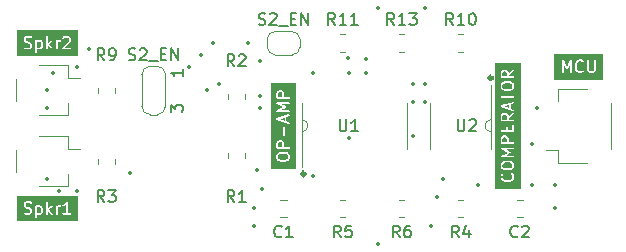
<source format=gto>
%TF.GenerationSoftware,KiCad,Pcbnew,7.0.5*%
%TF.CreationDate,2024-03-22T22:58:55+01:00*%
%TF.ProjectId,anemometer,616e656d-6f6d-4657-9465-722e6b696361,rev?*%
%TF.SameCoordinates,Original*%
%TF.FileFunction,Legend,Top*%
%TF.FilePolarity,Positive*%
%FSLAX46Y46*%
G04 Gerber Fmt 4.6, Leading zero omitted, Abs format (unit mm)*
G04 Created by KiCad (PCBNEW 7.0.5) date 2024-03-22 22:58:55*
%MOMM*%
%LPD*%
G01*
G04 APERTURE LIST*
%ADD10C,0.153000*%
%ADD11C,0.160000*%
%ADD12C,0.150000*%
%ADD13C,0.120000*%
%ADD14C,0.100000*%
%ADD15C,0.304000*%
%ADD16C,0.350000*%
G04 APERTURE END LIST*
D10*
X89880952Y-83407044D02*
X90023809Y-83454663D01*
X90023809Y-83454663D02*
X90261904Y-83454663D01*
X90261904Y-83454663D02*
X90357142Y-83407044D01*
X90357142Y-83407044D02*
X90404761Y-83359424D01*
X90404761Y-83359424D02*
X90452380Y-83264186D01*
X90452380Y-83264186D02*
X90452380Y-83168948D01*
X90452380Y-83168948D02*
X90404761Y-83073710D01*
X90404761Y-83073710D02*
X90357142Y-83026091D01*
X90357142Y-83026091D02*
X90261904Y-82978472D01*
X90261904Y-82978472D02*
X90071428Y-82930853D01*
X90071428Y-82930853D02*
X89976190Y-82883234D01*
X89976190Y-82883234D02*
X89928571Y-82835615D01*
X89928571Y-82835615D02*
X89880952Y-82740377D01*
X89880952Y-82740377D02*
X89880952Y-82645139D01*
X89880952Y-82645139D02*
X89928571Y-82549901D01*
X89928571Y-82549901D02*
X89976190Y-82502282D01*
X89976190Y-82502282D02*
X90071428Y-82454663D01*
X90071428Y-82454663D02*
X90309523Y-82454663D01*
X90309523Y-82454663D02*
X90452380Y-82502282D01*
X90833333Y-82549901D02*
X90880952Y-82502282D01*
X90880952Y-82502282D02*
X90976190Y-82454663D01*
X90976190Y-82454663D02*
X91214285Y-82454663D01*
X91214285Y-82454663D02*
X91309523Y-82502282D01*
X91309523Y-82502282D02*
X91357142Y-82549901D01*
X91357142Y-82549901D02*
X91404761Y-82645139D01*
X91404761Y-82645139D02*
X91404761Y-82740377D01*
X91404761Y-82740377D02*
X91357142Y-82883234D01*
X91357142Y-82883234D02*
X90785714Y-83454663D01*
X90785714Y-83454663D02*
X91404761Y-83454663D01*
X91595238Y-83549901D02*
X92357142Y-83549901D01*
X92595238Y-82930853D02*
X92928571Y-82930853D01*
X93071428Y-83454663D02*
X92595238Y-83454663D01*
X92595238Y-83454663D02*
X92595238Y-82454663D01*
X92595238Y-82454663D02*
X93071428Y-82454663D01*
X93500000Y-83454663D02*
X93500000Y-82454663D01*
X93500000Y-82454663D02*
X94071428Y-83454663D01*
X94071428Y-83454663D02*
X94071428Y-82454663D01*
D11*
G36*
X92270541Y-94405570D02*
G01*
X92340931Y-94475960D01*
X92374299Y-94542694D01*
X92374299Y-94695399D01*
X92340931Y-94762134D01*
X92270541Y-94832523D01*
X92111117Y-94872380D01*
X91797479Y-94872380D01*
X91638056Y-94832524D01*
X91567666Y-94762133D01*
X91534299Y-94695399D01*
X91534299Y-94542693D01*
X91567665Y-94475960D01*
X91638055Y-94405570D01*
X91797480Y-94365714D01*
X92111118Y-94365714D01*
X92270541Y-94405570D01*
G37*
G36*
X91835481Y-93399081D02*
G01*
X91864740Y-93428340D01*
X91898108Y-93495075D01*
X91898108Y-93777142D01*
X91534299Y-93777142D01*
X91534299Y-93495075D01*
X91567666Y-93428340D01*
X91596925Y-93399081D01*
X91663661Y-93365714D01*
X91768747Y-93365714D01*
X91835481Y-93399081D01*
G37*
G36*
X92088584Y-91555671D02*
G01*
X91707282Y-91428571D01*
X92088584Y-91301470D01*
X92088584Y-91555671D01*
G37*
G36*
X91835480Y-89160986D02*
G01*
X91864740Y-89190245D01*
X91898108Y-89256980D01*
X91898108Y-89539047D01*
X91534299Y-89539047D01*
X91534299Y-89256980D01*
X91567665Y-89190246D01*
X91596925Y-89160986D01*
X91663661Y-89127619D01*
X91768747Y-89127619D01*
X91835480Y-89160986D01*
G37*
G36*
X93082857Y-95625714D02*
G01*
X90917143Y-95625714D01*
X90917143Y-94532759D01*
X91371404Y-94532759D01*
X91374299Y-94539739D01*
X91374299Y-94709981D01*
X91372240Y-94729052D01*
X91379552Y-94743676D01*
X91384158Y-94759362D01*
X91389869Y-94764310D01*
X91425879Y-94836331D01*
X91428740Y-94849482D01*
X91444331Y-94865073D01*
X91459341Y-94881209D01*
X91460853Y-94881595D01*
X91539731Y-94960473D01*
X91554965Y-94976675D01*
X91567810Y-94979886D01*
X91579433Y-94986233D01*
X91590134Y-94985467D01*
X91755457Y-95026798D01*
X91764142Y-95032380D01*
X91777783Y-95032380D01*
X91779387Y-95032781D01*
X91789254Y-95032380D01*
X92107799Y-95032380D01*
X92117579Y-95035689D01*
X92130815Y-95032380D01*
X92132466Y-95032380D01*
X92141926Y-95029601D01*
X92329658Y-94982668D01*
X92351399Y-94977940D01*
X92360764Y-94968574D01*
X92372184Y-94961875D01*
X92377032Y-94952306D01*
X92456156Y-94873183D01*
X92467729Y-94866310D01*
X92477587Y-94846592D01*
X92488152Y-94827246D01*
X92488040Y-94825687D01*
X92523927Y-94753912D01*
X92534299Y-94737775D01*
X92534299Y-94721421D01*
X92537194Y-94705335D01*
X92534299Y-94698354D01*
X92534299Y-94528108D01*
X92536358Y-94509042D01*
X92529045Y-94494417D01*
X92524440Y-94478732D01*
X92518728Y-94473783D01*
X92482720Y-94401765D01*
X92479859Y-94388612D01*
X92464256Y-94373009D01*
X92449257Y-94356885D01*
X92447744Y-94356498D01*
X92368862Y-94277617D01*
X92353632Y-94261419D01*
X92340785Y-94258207D01*
X92329163Y-94251861D01*
X92318462Y-94252626D01*
X92153139Y-94211295D01*
X92144455Y-94205714D01*
X92130814Y-94205714D01*
X92129210Y-94205313D01*
X92119343Y-94205714D01*
X91800798Y-94205714D01*
X91791018Y-94202405D01*
X91777782Y-94205714D01*
X91776131Y-94205714D01*
X91766670Y-94208492D01*
X91578945Y-94255423D01*
X91557197Y-94260154D01*
X91547830Y-94269520D01*
X91536413Y-94276219D01*
X91531565Y-94285785D01*
X91452440Y-94364911D01*
X91440869Y-94371784D01*
X91431005Y-94391511D01*
X91420447Y-94410848D01*
X91420558Y-94412404D01*
X91384668Y-94484184D01*
X91374299Y-94500319D01*
X91374299Y-94516669D01*
X91371404Y-94532759D01*
X90917143Y-94532759D01*
X90917143Y-93485140D01*
X91371404Y-93485140D01*
X91374299Y-93492120D01*
X91374299Y-93851425D01*
X91371771Y-93869008D01*
X91379151Y-93885169D01*
X91384158Y-93902219D01*
X91388758Y-93906205D01*
X91391287Y-93911742D01*
X91406235Y-93921349D01*
X91419663Y-93932984D01*
X91425686Y-93933850D01*
X91430809Y-93937142D01*
X91448582Y-93937142D01*
X91466165Y-93939670D01*
X91471701Y-93937142D01*
X91972391Y-93937142D01*
X91989974Y-93939670D01*
X91995510Y-93937142D01*
X92465800Y-93937142D01*
X92499376Y-93927283D01*
X92530141Y-93891778D01*
X92536827Y-93845276D01*
X92517311Y-93802542D01*
X92477789Y-93777142D01*
X92058108Y-93777142D01*
X92058107Y-93480489D01*
X92060167Y-93461423D01*
X92052854Y-93446798D01*
X92048249Y-93431113D01*
X92042537Y-93426164D01*
X92006527Y-93354143D01*
X92003667Y-93340993D01*
X91988075Y-93325401D01*
X91973066Y-93309266D01*
X91971553Y-93308879D01*
X91946529Y-93283855D01*
X91939657Y-93272284D01*
X91919929Y-93262420D01*
X91900593Y-93251862D01*
X91899036Y-93251973D01*
X91827256Y-93216083D01*
X91811122Y-93205714D01*
X91794771Y-93205714D01*
X91778682Y-93202819D01*
X91771702Y-93205714D01*
X91649075Y-93205714D01*
X91630008Y-93203655D01*
X91615383Y-93210967D01*
X91599698Y-93215573D01*
X91594749Y-93221284D01*
X91522728Y-93257294D01*
X91509578Y-93260155D01*
X91493986Y-93275746D01*
X91477851Y-93290756D01*
X91477464Y-93292268D01*
X91452440Y-93317292D01*
X91440869Y-93324165D01*
X91431005Y-93343892D01*
X91420447Y-93363229D01*
X91420558Y-93364785D01*
X91384668Y-93436565D01*
X91374299Y-93452700D01*
X91374299Y-93469050D01*
X91371404Y-93485140D01*
X90917143Y-93485140D01*
X90917143Y-92868643D01*
X91993346Y-92868643D01*
X92003205Y-92902219D01*
X92038710Y-92932984D01*
X92085212Y-92939670D01*
X92127946Y-92920154D01*
X92153346Y-92880632D01*
X92153346Y-92083737D01*
X92143487Y-92050161D01*
X92107982Y-92019396D01*
X92061480Y-92012710D01*
X92018746Y-92032226D01*
X91993346Y-92071748D01*
X91993346Y-92868643D01*
X90917143Y-92868643D01*
X90917143Y-91419696D01*
X91371396Y-91419696D01*
X91375063Y-91439971D01*
X91377255Y-91460443D01*
X91379204Y-91462864D01*
X91379758Y-91465926D01*
X91393800Y-91480994D01*
X91406716Y-91497037D01*
X91409667Y-91498020D01*
X91411787Y-91500295D01*
X91431743Y-91505379D01*
X92128207Y-91737533D01*
X92133948Y-91742508D01*
X92150094Y-91744829D01*
X92439911Y-91841435D01*
X92474882Y-91842700D01*
X92515296Y-91818746D01*
X92536344Y-91776744D01*
X92531343Y-91730032D01*
X92501881Y-91693437D01*
X92248584Y-91609004D01*
X92248584Y-91248137D01*
X92490508Y-91167496D01*
X92519243Y-91147525D01*
X92537201Y-91104113D01*
X92528839Y-91057883D01*
X92496811Y-91023514D01*
X92451285Y-91011915D01*
X92161236Y-91108597D01*
X92156718Y-91107948D01*
X92139240Y-91115929D01*
X91442726Y-91348100D01*
X91433716Y-91347775D01*
X91420880Y-91355382D01*
X91418090Y-91356313D01*
X91411014Y-91361230D01*
X91393302Y-91371729D01*
X91391908Y-91374509D01*
X91389355Y-91376284D01*
X91381481Y-91395317D01*
X91372254Y-91413730D01*
X91372585Y-91416821D01*
X91371396Y-91419696D01*
X90917143Y-91419696D01*
X90917143Y-90762590D01*
X91370925Y-90762590D01*
X91372588Y-90768086D01*
X91371771Y-90773770D01*
X91379288Y-90790231D01*
X91384531Y-90807557D01*
X91388902Y-90811281D01*
X91391287Y-90816504D01*
X91406513Y-90826289D01*
X91420288Y-90838028D01*
X91425976Y-90838798D01*
X91430809Y-90841904D01*
X91448913Y-90841904D01*
X91466844Y-90844332D01*
X91472047Y-90841904D01*
X92465800Y-90841904D01*
X92499376Y-90832045D01*
X92530141Y-90796540D01*
X92536827Y-90750038D01*
X92517311Y-90707304D01*
X92477789Y-90681904D01*
X91814904Y-90681904D01*
X92201842Y-90501332D01*
X92222664Y-90492030D01*
X92229595Y-90481437D01*
X92239094Y-90473069D01*
X92242192Y-90462186D01*
X92248388Y-90452718D01*
X92248492Y-90440059D01*
X92251958Y-90427885D01*
X92248681Y-90417054D01*
X92248774Y-90405740D01*
X92242018Y-90395035D01*
X92238352Y-90382918D01*
X92229739Y-90375578D01*
X92223701Y-90366010D01*
X92212229Y-90360656D01*
X92202595Y-90352446D01*
X92191382Y-90350927D01*
X91814904Y-90175238D01*
X92465800Y-90175238D01*
X92499376Y-90165379D01*
X92530141Y-90129874D01*
X92536827Y-90083372D01*
X92517311Y-90040638D01*
X92477789Y-90015238D01*
X91460348Y-90015238D01*
X91443113Y-90012615D01*
X91426589Y-90019997D01*
X91409222Y-90025097D01*
X91405461Y-90029436D01*
X91400219Y-90031779D01*
X91390309Y-90046922D01*
X91378457Y-90060602D01*
X91377639Y-90066286D01*
X91374496Y-90071091D01*
X91374346Y-90089188D01*
X91371771Y-90107104D01*
X91374156Y-90112327D01*
X91374109Y-90118069D01*
X91383769Y-90133376D01*
X91391287Y-90149838D01*
X91396116Y-90152942D01*
X91399182Y-90157799D01*
X91415584Y-90165453D01*
X91430809Y-90175238D01*
X91436551Y-90175238D01*
X91979408Y-90428571D01*
X91425950Y-90686851D01*
X91409222Y-90691763D01*
X91397370Y-90705440D01*
X91383789Y-90717406D01*
X91382216Y-90722929D01*
X91378457Y-90727268D01*
X91375881Y-90745180D01*
X91370925Y-90762590D01*
X90917143Y-90762590D01*
X90917143Y-89247045D01*
X91371404Y-89247045D01*
X91374299Y-89254025D01*
X91374299Y-89613330D01*
X91371771Y-89630913D01*
X91379151Y-89647074D01*
X91384158Y-89664124D01*
X91388758Y-89668110D01*
X91391287Y-89673647D01*
X91406235Y-89683254D01*
X91419663Y-89694889D01*
X91425686Y-89695755D01*
X91430809Y-89699047D01*
X91448582Y-89699047D01*
X91466165Y-89701575D01*
X91471701Y-89699047D01*
X91972391Y-89699047D01*
X91989974Y-89701575D01*
X91995510Y-89699047D01*
X92465800Y-89699047D01*
X92499376Y-89689188D01*
X92530141Y-89653683D01*
X92536827Y-89607181D01*
X92517311Y-89564447D01*
X92477789Y-89539047D01*
X92058108Y-89539047D01*
X92058107Y-89242394D01*
X92060167Y-89223328D01*
X92052854Y-89208703D01*
X92048249Y-89193018D01*
X92042537Y-89188069D01*
X92006527Y-89116048D01*
X92003667Y-89102898D01*
X91988075Y-89087306D01*
X91973066Y-89071171D01*
X91971553Y-89070784D01*
X91946529Y-89045760D01*
X91939657Y-89034189D01*
X91919929Y-89024325D01*
X91900593Y-89013767D01*
X91899036Y-89013878D01*
X91827256Y-88977988D01*
X91811122Y-88967619D01*
X91794771Y-88967619D01*
X91778682Y-88964724D01*
X91771702Y-88967619D01*
X91649075Y-88967619D01*
X91630008Y-88965560D01*
X91615383Y-88972872D01*
X91599698Y-88977478D01*
X91594749Y-88983189D01*
X91522728Y-89019199D01*
X91509578Y-89022060D01*
X91493986Y-89037651D01*
X91477851Y-89052661D01*
X91477464Y-89054173D01*
X91452440Y-89079197D01*
X91440869Y-89086070D01*
X91431005Y-89105797D01*
X91420447Y-89125134D01*
X91420558Y-89126690D01*
X91384668Y-89198470D01*
X91374299Y-89214605D01*
X91374299Y-89230955D01*
X91371404Y-89247045D01*
X90917143Y-89247045D01*
X90917143Y-88374286D01*
X93082857Y-88374286D01*
X93082857Y-95625714D01*
G37*
G36*
X119078095Y-88082857D02*
G01*
X114921905Y-88082857D01*
X114921905Y-86466844D01*
X115560429Y-86466844D01*
X115562857Y-86472046D01*
X115562857Y-87465800D01*
X115572716Y-87499376D01*
X115608221Y-87530141D01*
X115654723Y-87536827D01*
X115697457Y-87517311D01*
X115722857Y-87477789D01*
X115722857Y-86814904D01*
X115903433Y-87201853D01*
X115912731Y-87222664D01*
X115923322Y-87229594D01*
X115931692Y-87239094D01*
X115942576Y-87242192D01*
X115952043Y-87248387D01*
X115964699Y-87248491D01*
X115976876Y-87251958D01*
X115987706Y-87248680D01*
X115999021Y-87248774D01*
X116009725Y-87242018D01*
X116021843Y-87238352D01*
X116029182Y-87229739D01*
X116038751Y-87223701D01*
X116044104Y-87212229D01*
X116052315Y-87202595D01*
X116053833Y-87191382D01*
X116229522Y-86814903D01*
X116229523Y-87465800D01*
X116239382Y-87499376D01*
X116274887Y-87530141D01*
X116321389Y-87536827D01*
X116364123Y-87517311D01*
X116389523Y-87477789D01*
X116389523Y-87022341D01*
X116654786Y-87022341D01*
X116658095Y-87035576D01*
X116658095Y-87037228D01*
X116660873Y-87046688D01*
X116704646Y-87221782D01*
X116703655Y-87230970D01*
X116710232Y-87244125D01*
X116710892Y-87246763D01*
X116715354Y-87254369D01*
X116757293Y-87338248D01*
X116760154Y-87351399D01*
X116775748Y-87366993D01*
X116790756Y-87383127D01*
X116792268Y-87383513D01*
X116868960Y-87460206D01*
X116880988Y-87475146D01*
X116896497Y-87480315D01*
X116910848Y-87488152D01*
X116918387Y-87487612D01*
X117036614Y-87527021D01*
X117047938Y-87534299D01*
X117070006Y-87534299D01*
X117092011Y-87535095D01*
X117093354Y-87534299D01*
X117156637Y-87534299D01*
X117169680Y-87537622D01*
X117190610Y-87530645D01*
X117211743Y-87524440D01*
X117212765Y-87523260D01*
X117330743Y-87483934D01*
X117349482Y-87479858D01*
X117361043Y-87468296D01*
X117374467Y-87458967D01*
X117377355Y-87451983D01*
X117421843Y-87407496D01*
X117438614Y-87376782D01*
X117435261Y-87329922D01*
X117407107Y-87292313D01*
X117370310Y-87278589D01*
X117703655Y-87278589D01*
X117710967Y-87293213D01*
X117715573Y-87308899D01*
X117721284Y-87313847D01*
X117757293Y-87385867D01*
X117760154Y-87399018D01*
X117775749Y-87414613D01*
X117790756Y-87430746D01*
X117792268Y-87431132D01*
X117817291Y-87456156D01*
X117824165Y-87467729D01*
X117843892Y-87477592D01*
X117863228Y-87488151D01*
X117864786Y-87488039D01*
X117936562Y-87523927D01*
X117952700Y-87534299D01*
X117969053Y-87534299D01*
X117985140Y-87537194D01*
X117992120Y-87534299D01*
X118162362Y-87534299D01*
X118181433Y-87536358D01*
X118196057Y-87529045D01*
X118211743Y-87524440D01*
X118216691Y-87518728D01*
X118288712Y-87482718D01*
X118301863Y-87479858D01*
X118317451Y-87464269D01*
X118333590Y-87449257D01*
X118333977Y-87447743D01*
X118359000Y-87422719D01*
X118370572Y-87415847D01*
X118380433Y-87396124D01*
X118390995Y-87376782D01*
X118390883Y-87375223D01*
X118426770Y-87303449D01*
X118437142Y-87287312D01*
X118437142Y-87270958D01*
X118440037Y-87254872D01*
X118437142Y-87247891D01*
X118437142Y-86442798D01*
X118427283Y-86409222D01*
X118391778Y-86378457D01*
X118345276Y-86371771D01*
X118302542Y-86391287D01*
X118277142Y-86430809D01*
X118277142Y-87244936D01*
X118243773Y-87311673D01*
X118214516Y-87340931D01*
X118147780Y-87374299D01*
X117995075Y-87374299D01*
X117928340Y-87340931D01*
X117899081Y-87311671D01*
X117865714Y-87244936D01*
X117865714Y-86442798D01*
X117855855Y-86409222D01*
X117820350Y-86378457D01*
X117773848Y-86371771D01*
X117731114Y-86391287D01*
X117705714Y-86430809D01*
X117705714Y-87259518D01*
X117703655Y-87278589D01*
X117370310Y-87278589D01*
X117363089Y-87275896D01*
X117317183Y-87285882D01*
X117266309Y-87336756D01*
X117153683Y-87374299D01*
X117084411Y-87374299D01*
X116971785Y-87336757D01*
X116899081Y-87264052D01*
X116861195Y-87188281D01*
X116818095Y-87015878D01*
X116818095Y-86892717D01*
X116861195Y-86720315D01*
X116899081Y-86644544D01*
X116971785Y-86571841D01*
X117084411Y-86534299D01*
X117153685Y-86534299D01*
X117266308Y-86571840D01*
X117308706Y-86614238D01*
X117339419Y-86631008D01*
X117386279Y-86627656D01*
X117423888Y-86599502D01*
X117440306Y-86555485D01*
X117430320Y-86509578D01*
X117369132Y-86448390D01*
X117357105Y-86433451D01*
X117341590Y-86428279D01*
X117327246Y-86420447D01*
X117319709Y-86420985D01*
X117201477Y-86381575D01*
X117190156Y-86374299D01*
X117168105Y-86374299D01*
X117146083Y-86373503D01*
X117144740Y-86374299D01*
X117081457Y-86374299D01*
X117068414Y-86370976D01*
X117047483Y-86377952D01*
X117026351Y-86384158D01*
X117025328Y-86385337D01*
X116907355Y-86424662D01*
X116888612Y-86428739D01*
X116877047Y-86440303D01*
X116863627Y-86449631D01*
X116860738Y-86456612D01*
X116783855Y-86533496D01*
X116772284Y-86540369D01*
X116762420Y-86560096D01*
X116751862Y-86579433D01*
X116751973Y-86580989D01*
X116720531Y-86643874D01*
X116713800Y-86650203D01*
X116710233Y-86664469D01*
X116709016Y-86666904D01*
X116707452Y-86675591D01*
X116663676Y-86850695D01*
X116658095Y-86859380D01*
X116658095Y-86873021D01*
X116657694Y-86874625D01*
X116658095Y-86884491D01*
X116658095Y-87012561D01*
X116654786Y-87022341D01*
X116389523Y-87022341D01*
X116389523Y-86460347D01*
X116392146Y-86443112D01*
X116384763Y-86426587D01*
X116379664Y-86409222D01*
X116375324Y-86405461D01*
X116372982Y-86400219D01*
X116357836Y-86390308D01*
X116344159Y-86378457D01*
X116338476Y-86377639D01*
X116333670Y-86374495D01*
X116315568Y-86374346D01*
X116297657Y-86371771D01*
X116292434Y-86374156D01*
X116286692Y-86374109D01*
X116271384Y-86383769D01*
X116254923Y-86391287D01*
X116251818Y-86396116D01*
X116246962Y-86399182D01*
X116239307Y-86415584D01*
X116229523Y-86430809D01*
X116229522Y-86436551D01*
X115976189Y-86979408D01*
X115717909Y-86425950D01*
X115712998Y-86409222D01*
X115699320Y-86397370D01*
X115687355Y-86383789D01*
X115681831Y-86382216D01*
X115677493Y-86378457D01*
X115659580Y-86375881D01*
X115642171Y-86370925D01*
X115636674Y-86372588D01*
X115630991Y-86371771D01*
X115614529Y-86379288D01*
X115597204Y-86384531D01*
X115593479Y-86388902D01*
X115588257Y-86391287D01*
X115578471Y-86406513D01*
X115566733Y-86420288D01*
X115565962Y-86425976D01*
X115562857Y-86430809D01*
X115562857Y-86448912D01*
X115560429Y-86466844D01*
X114921905Y-86466844D01*
X114921905Y-85917143D01*
X119078095Y-85917143D01*
X119078095Y-88082857D01*
G37*
D10*
G36*
X111272695Y-95140505D02*
G01*
X111344173Y-95211982D01*
X111378163Y-95279962D01*
X111378163Y-95434321D01*
X111344172Y-95502302D01*
X111272694Y-95573779D01*
X111111911Y-95613975D01*
X110797414Y-95613975D01*
X110636630Y-95573779D01*
X110565154Y-95502303D01*
X110531163Y-95434321D01*
X110531163Y-95279963D01*
X110565153Y-95211981D01*
X110636630Y-95140504D01*
X110797413Y-95100309D01*
X111111911Y-95100309D01*
X111272695Y-95140505D01*
G37*
G36*
X110837918Y-92991442D02*
G01*
X110867982Y-93021507D01*
X110901972Y-93089486D01*
X110901972Y-93375880D01*
X110531163Y-93375880D01*
X110531163Y-93089486D01*
X110565153Y-93021505D01*
X110595218Y-92991441D01*
X110663197Y-92957452D01*
X110769937Y-92957452D01*
X110837918Y-92991442D01*
G37*
G36*
X110837918Y-91086680D02*
G01*
X110867982Y-91116745D01*
X110901972Y-91184724D01*
X110901972Y-91305568D01*
X110900064Y-91323979D01*
X110901972Y-91327754D01*
X110901972Y-91471118D01*
X110531163Y-91471118D01*
X110531163Y-91184725D01*
X110565153Y-91116743D01*
X110595218Y-91086679D01*
X110663197Y-91052690D01*
X110769937Y-91052690D01*
X110837918Y-91086680D01*
G37*
G36*
X111092448Y-90489098D02*
G01*
X110696578Y-90357142D01*
X111092448Y-90225185D01*
X111092448Y-90489098D01*
G37*
G36*
X111272695Y-88426219D02*
G01*
X111344173Y-88497696D01*
X111378163Y-88565676D01*
X111378163Y-88720034D01*
X111344172Y-88788016D01*
X111272694Y-88859493D01*
X111111911Y-88899689D01*
X110797414Y-88899689D01*
X110636630Y-88859493D01*
X110565153Y-88788016D01*
X110531163Y-88720035D01*
X110531163Y-88565677D01*
X110565154Y-88497694D01*
X110636630Y-88426218D01*
X110797413Y-88386023D01*
X111111911Y-88386023D01*
X111272695Y-88426219D01*
G37*
G36*
X110837918Y-87420013D02*
G01*
X110867982Y-87450078D01*
X110901972Y-87518057D01*
X110901972Y-87638901D01*
X110900064Y-87657312D01*
X110901972Y-87661087D01*
X110901972Y-87804451D01*
X110531163Y-87804451D01*
X110531163Y-87518057D01*
X110565153Y-87450076D01*
X110595218Y-87420012D01*
X110663197Y-87386023D01*
X110769937Y-87386023D01*
X110837918Y-87420013D01*
G37*
G36*
X112063607Y-97344559D02*
G01*
X109936393Y-97344559D01*
X109936393Y-96360023D01*
X110374985Y-96360023D01*
X110381651Y-96380020D01*
X110387590Y-96400247D01*
X110388719Y-96401225D01*
X110428405Y-96520282D01*
X110432305Y-96538209D01*
X110443359Y-96549263D01*
X110452282Y-96562102D01*
X110458961Y-96564865D01*
X110536642Y-96642546D01*
X110543217Y-96653615D01*
X110562061Y-96663037D01*
X110580572Y-96673145D01*
X110582063Y-96673038D01*
X110646358Y-96705185D01*
X110652412Y-96711624D01*
X110666058Y-96715035D01*
X110668385Y-96716199D01*
X110676689Y-96717693D01*
X110852466Y-96761637D01*
X110860771Y-96766975D01*
X110873815Y-96766975D01*
X110875351Y-96767359D01*
X110884798Y-96766975D01*
X111013501Y-96766975D01*
X111022853Y-96770139D01*
X111035509Y-96766975D01*
X111037091Y-96766975D01*
X111046156Y-96764313D01*
X111221901Y-96720376D01*
X111230687Y-96721325D01*
X111243265Y-96715035D01*
X111245792Y-96714404D01*
X111253076Y-96710130D01*
X111337433Y-96667951D01*
X111350015Y-96665215D01*
X111364935Y-96650295D01*
X111380355Y-96635952D01*
X111380724Y-96634505D01*
X111458224Y-96557006D01*
X111472515Y-96545501D01*
X111477458Y-96530670D01*
X111484952Y-96516947D01*
X111484436Y-96509737D01*
X111524204Y-96390432D01*
X111531163Y-96379605D01*
X111531163Y-96358535D01*
X111531925Y-96337460D01*
X111531163Y-96336174D01*
X111531163Y-96271496D01*
X111534341Y-96259022D01*
X111527672Y-96239016D01*
X111521736Y-96218799D01*
X111520607Y-96217820D01*
X111480920Y-96098762D01*
X111477021Y-96080836D01*
X111465966Y-96069781D01*
X111457044Y-96056944D01*
X111450365Y-96054180D01*
X111405739Y-96009556D01*
X111376371Y-95993520D01*
X111331560Y-95996725D01*
X111295597Y-96023649D01*
X111279897Y-96065741D01*
X111289447Y-96109639D01*
X111340180Y-96160370D01*
X111378163Y-96274318D01*
X111378163Y-96344727D01*
X111340180Y-96458675D01*
X111266488Y-96532365D01*
X111189866Y-96570676D01*
X111016673Y-96613975D01*
X110892652Y-96613975D01*
X110719458Y-96570676D01*
X110642835Y-96532365D01*
X110569146Y-96458676D01*
X110531163Y-96344726D01*
X110531163Y-96274319D01*
X110569145Y-96160370D01*
X110611773Y-96117744D01*
X110627808Y-96088376D01*
X110624604Y-96043565D01*
X110597681Y-96007601D01*
X110555589Y-95991901D01*
X110511691Y-96001451D01*
X110451100Y-96062041D01*
X110436811Y-96073546D01*
X110431867Y-96088375D01*
X110424374Y-96102099D01*
X110424889Y-96109309D01*
X110385121Y-96228613D01*
X110378163Y-96239441D01*
X110378163Y-96260511D01*
X110377401Y-96281587D01*
X110378162Y-96282872D01*
X110378163Y-96347548D01*
X110374985Y-96360023D01*
X109936393Y-96360023D01*
X109936393Y-95270462D01*
X110375394Y-95270462D01*
X110378163Y-95277138D01*
X110378163Y-95448261D01*
X110376194Y-95466500D01*
X110383184Y-95480480D01*
X110387590Y-95495485D01*
X110393053Y-95500219D01*
X110429568Y-95573248D01*
X110432305Y-95585828D01*
X110447208Y-95600731D01*
X110461567Y-95616168D01*
X110463015Y-95616538D01*
X110542581Y-95696104D01*
X110557174Y-95711624D01*
X110569457Y-95714694D01*
X110580572Y-95720764D01*
X110590805Y-95720032D01*
X110757228Y-95761637D01*
X110765533Y-95766975D01*
X110778577Y-95766975D01*
X110780113Y-95767359D01*
X110789560Y-95766975D01*
X111108739Y-95766975D01*
X111118091Y-95770139D01*
X111130747Y-95766975D01*
X111132329Y-95766975D01*
X111141394Y-95764313D01*
X111329190Y-95717363D01*
X111350015Y-95712834D01*
X111358970Y-95703878D01*
X111369890Y-95697472D01*
X111374526Y-95688323D01*
X111454356Y-95608493D01*
X111465422Y-95601921D01*
X111474840Y-95583083D01*
X111484952Y-95564566D01*
X111484845Y-95563074D01*
X111521243Y-95490278D01*
X111531163Y-95474843D01*
X111531163Y-95459209D01*
X111533932Y-95443822D01*
X111531163Y-95437145D01*
X111531163Y-95266021D01*
X111533132Y-95247783D01*
X111526141Y-95233801D01*
X111521736Y-95218799D01*
X111516273Y-95214065D01*
X111479758Y-95141035D01*
X111477022Y-95128456D01*
X111462115Y-95113549D01*
X111447759Y-95098116D01*
X111446311Y-95097745D01*
X111366740Y-95018176D01*
X111352151Y-95002660D01*
X111339867Y-94999589D01*
X111328753Y-94993520D01*
X111318518Y-94994251D01*
X111152097Y-94952646D01*
X111143792Y-94947309D01*
X111130747Y-94947309D01*
X111129211Y-94946925D01*
X111119764Y-94947309D01*
X110800586Y-94947309D01*
X110791234Y-94944145D01*
X110778578Y-94947309D01*
X110776996Y-94947309D01*
X110767931Y-94949970D01*
X110580111Y-94996925D01*
X110559310Y-95001451D01*
X110550358Y-95010402D01*
X110539434Y-95016812D01*
X110534795Y-95025965D01*
X110454971Y-95105789D01*
X110443904Y-95112363D01*
X110434481Y-95131207D01*
X110424374Y-95149718D01*
X110424480Y-95151209D01*
X110388082Y-95224005D01*
X110378163Y-95239441D01*
X110378163Y-95255074D01*
X110375394Y-95270462D01*
X109936393Y-95270462D01*
X109936393Y-94595893D01*
X110374936Y-94595893D01*
X110376526Y-94601149D01*
X110375745Y-94606584D01*
X110382934Y-94622327D01*
X110387947Y-94638893D01*
X110392126Y-94642454D01*
X110394407Y-94647449D01*
X110408967Y-94656806D01*
X110422140Y-94668032D01*
X110427581Y-94668768D01*
X110432200Y-94671737D01*
X110449507Y-94671737D01*
X110466658Y-94674059D01*
X110471634Y-94671737D01*
X111465663Y-94671737D01*
X111497768Y-94662310D01*
X111527188Y-94628358D01*
X111533581Y-94583890D01*
X111514919Y-94543025D01*
X111477126Y-94518737D01*
X110799491Y-94518737D01*
X111200684Y-94331513D01*
X111220663Y-94322588D01*
X111227292Y-94312456D01*
X111236373Y-94304456D01*
X111239335Y-94294050D01*
X111245261Y-94284995D01*
X111245360Y-94272891D01*
X111248676Y-94261248D01*
X111245541Y-94250890D01*
X111245631Y-94240072D01*
X111239169Y-94229833D01*
X111235664Y-94218248D01*
X111227429Y-94211230D01*
X111221655Y-94202080D01*
X111210685Y-94196960D01*
X111201472Y-94189109D01*
X111190749Y-94187657D01*
X110799493Y-94005071D01*
X111465663Y-94005071D01*
X111497768Y-93995644D01*
X111527188Y-93961692D01*
X111533581Y-93917224D01*
X111514919Y-93876359D01*
X111477126Y-93852071D01*
X110460453Y-93852071D01*
X110443966Y-93849562D01*
X110428164Y-93856621D01*
X110411558Y-93861498D01*
X110407962Y-93865647D01*
X110402948Y-93867888D01*
X110393471Y-93882371D01*
X110382138Y-93895450D01*
X110381356Y-93900885D01*
X110378350Y-93905480D01*
X110378207Y-93922789D01*
X110375745Y-93939918D01*
X110378025Y-93944911D01*
X110377980Y-93950403D01*
X110387217Y-93965040D01*
X110394407Y-93980783D01*
X110399026Y-93983751D01*
X110401957Y-93988395D01*
X110417639Y-93995713D01*
X110432200Y-94005071D01*
X110437691Y-94005071D01*
X110988048Y-94261904D01*
X110427559Y-94523465D01*
X110411558Y-94528164D01*
X110400223Y-94541244D01*
X110387238Y-94552685D01*
X110385734Y-94557965D01*
X110382138Y-94562116D01*
X110379674Y-94579248D01*
X110374936Y-94595893D01*
X109936393Y-94595893D01*
X109936393Y-93079986D01*
X110375394Y-93079986D01*
X110378163Y-93086662D01*
X110378162Y-93446908D01*
X110375745Y-93463727D01*
X110382803Y-93479182D01*
X110387590Y-93495485D01*
X110391988Y-93499296D01*
X110394407Y-93504592D01*
X110408701Y-93513778D01*
X110421542Y-93524905D01*
X110427303Y-93525733D01*
X110432200Y-93528880D01*
X110449191Y-93528880D01*
X110466010Y-93531298D01*
X110471305Y-93528880D01*
X110973000Y-93528880D01*
X110989819Y-93531298D01*
X110995114Y-93528880D01*
X111465663Y-93528880D01*
X111497768Y-93519453D01*
X111527188Y-93485501D01*
X111533581Y-93441033D01*
X111514919Y-93400168D01*
X111477126Y-93375880D01*
X111054972Y-93375880D01*
X111054972Y-93075545D01*
X111056941Y-93057307D01*
X111049950Y-93043325D01*
X111045545Y-93028323D01*
X111040082Y-93023589D01*
X111003566Y-92950557D01*
X111000830Y-92937980D01*
X110985934Y-92923084D01*
X110971568Y-92907640D01*
X110970119Y-92907269D01*
X110944110Y-92881260D01*
X110937537Y-92870193D01*
X110918692Y-92860770D01*
X110900182Y-92850663D01*
X110898690Y-92850769D01*
X110825894Y-92814371D01*
X110810459Y-92804452D01*
X110794825Y-92804452D01*
X110779438Y-92801683D01*
X110772762Y-92804452D01*
X110649256Y-92804452D01*
X110631018Y-92802483D01*
X110617036Y-92809473D01*
X110602034Y-92813879D01*
X110597300Y-92819341D01*
X110524268Y-92855857D01*
X110511691Y-92858594D01*
X110496795Y-92873489D01*
X110481351Y-92887856D01*
X110480980Y-92889304D01*
X110454971Y-92915313D01*
X110443904Y-92921887D01*
X110434481Y-92940731D01*
X110424374Y-92959242D01*
X110424480Y-92960733D01*
X110388082Y-93033529D01*
X110378163Y-93048965D01*
X110378163Y-93064598D01*
X110375394Y-93079986D01*
X109936393Y-93079986D01*
X109936393Y-92463727D01*
X110375745Y-92463727D01*
X110382803Y-92479182D01*
X110387590Y-92495485D01*
X110391988Y-92499296D01*
X110394407Y-92504592D01*
X110408701Y-92513778D01*
X110421542Y-92524905D01*
X110427303Y-92525733D01*
X110432200Y-92528880D01*
X110449191Y-92528880D01*
X110466010Y-92531298D01*
X110471305Y-92528880D01*
X110925381Y-92528880D01*
X110942200Y-92531298D01*
X110947495Y-92528880D01*
X111449191Y-92528880D01*
X111466010Y-92531298D01*
X111481465Y-92524239D01*
X111497768Y-92519453D01*
X111501579Y-92515054D01*
X111506875Y-92512636D01*
X111516061Y-92498341D01*
X111527188Y-92485501D01*
X111528016Y-92479739D01*
X111531163Y-92474843D01*
X111531163Y-92457851D01*
X111533581Y-92441033D01*
X111531163Y-92435738D01*
X111531163Y-91965190D01*
X111521736Y-91933085D01*
X111487784Y-91903665D01*
X111443316Y-91897272D01*
X111402451Y-91915934D01*
X111378163Y-91953727D01*
X111378163Y-92375880D01*
X111007353Y-92375880D01*
X111007353Y-92108047D01*
X110997926Y-92075942D01*
X110963974Y-92046522D01*
X110919506Y-92040129D01*
X110878641Y-92058791D01*
X110854353Y-92096584D01*
X110854353Y-92375880D01*
X110531163Y-92375880D01*
X110531163Y-91965190D01*
X110521736Y-91933085D01*
X110487784Y-91903665D01*
X110443316Y-91897272D01*
X110402451Y-91915934D01*
X110378163Y-91953727D01*
X110378163Y-92446908D01*
X110375745Y-92463727D01*
X109936393Y-92463727D01*
X109936393Y-91175224D01*
X110375394Y-91175224D01*
X110378163Y-91181900D01*
X110378162Y-91542146D01*
X110375745Y-91558965D01*
X110382803Y-91574420D01*
X110387590Y-91590723D01*
X110391988Y-91594534D01*
X110394407Y-91599830D01*
X110408701Y-91609016D01*
X110421542Y-91620143D01*
X110427303Y-91620971D01*
X110432200Y-91624118D01*
X110449191Y-91624118D01*
X110466010Y-91626536D01*
X110471305Y-91624118D01*
X110973000Y-91624118D01*
X110989819Y-91626536D01*
X110995114Y-91624118D01*
X111465663Y-91624118D01*
X111497768Y-91614691D01*
X111527188Y-91580739D01*
X111533581Y-91536271D01*
X111514919Y-91495406D01*
X111477126Y-91471118D01*
X111054972Y-91471118D01*
X111054972Y-91349353D01*
X111507545Y-91032553D01*
X111528440Y-91006419D01*
X111533072Y-90961733D01*
X111512808Y-90921638D01*
X111474085Y-90898862D01*
X111429196Y-90900637D01*
X111055928Y-91161923D01*
X111056941Y-91152545D01*
X111049950Y-91138563D01*
X111045545Y-91123561D01*
X111040082Y-91118827D01*
X111003566Y-91045795D01*
X111000830Y-91033218D01*
X110985934Y-91018322D01*
X110971568Y-91002878D01*
X110970119Y-91002507D01*
X110944110Y-90976498D01*
X110937537Y-90965431D01*
X110918692Y-90956008D01*
X110900182Y-90945901D01*
X110898690Y-90946007D01*
X110825894Y-90909609D01*
X110810459Y-90899690D01*
X110794825Y-90899690D01*
X110779438Y-90896921D01*
X110772762Y-90899690D01*
X110649256Y-90899690D01*
X110631018Y-90897721D01*
X110617036Y-90904711D01*
X110602034Y-90909117D01*
X110597300Y-90914579D01*
X110524268Y-90951095D01*
X110511691Y-90953832D01*
X110496795Y-90968727D01*
X110481351Y-90983094D01*
X110480980Y-90984542D01*
X110454971Y-91010551D01*
X110443904Y-91017125D01*
X110434481Y-91035969D01*
X110424374Y-91054480D01*
X110424480Y-91055971D01*
X110388082Y-91128767D01*
X110378163Y-91144203D01*
X110378163Y-91159836D01*
X110375394Y-91175224D01*
X109936393Y-91175224D01*
X109936393Y-90348655D01*
X110375386Y-90348655D01*
X110378891Y-90368035D01*
X110380988Y-90387620D01*
X110382853Y-90389937D01*
X110383383Y-90392863D01*
X110396806Y-90407268D01*
X110409161Y-90422613D01*
X110411982Y-90423553D01*
X110414010Y-90425729D01*
X110433097Y-90430591D01*
X111130336Y-90663004D01*
X111135827Y-90667762D01*
X111151268Y-90669981D01*
X111440907Y-90766528D01*
X111474345Y-90767737D01*
X111512992Y-90744831D01*
X111533119Y-90704666D01*
X111528337Y-90659997D01*
X111500164Y-90625004D01*
X111245448Y-90540098D01*
X111245448Y-90174185D01*
X111489289Y-90092905D01*
X111516766Y-90073809D01*
X111533940Y-90032296D01*
X111525943Y-89988088D01*
X111495316Y-89955222D01*
X111451781Y-89944131D01*
X111161922Y-90040750D01*
X111157601Y-90040129D01*
X111140883Y-90047763D01*
X110443599Y-90280191D01*
X110434980Y-90279880D01*
X110422702Y-90287157D01*
X110420036Y-90288046D01*
X110413275Y-90292744D01*
X110396334Y-90302786D01*
X110395001Y-90305445D01*
X110392560Y-90307142D01*
X110385028Y-90325346D01*
X110376207Y-90342951D01*
X110376523Y-90345905D01*
X110375386Y-90348655D01*
X109936393Y-90348655D01*
X109936393Y-89558965D01*
X110375745Y-89558965D01*
X110378163Y-89564259D01*
X110378163Y-89844332D01*
X110387590Y-89876437D01*
X110421542Y-89905857D01*
X110466010Y-89912250D01*
X110506875Y-89893588D01*
X110531163Y-89855795D01*
X110531163Y-89624118D01*
X111465663Y-89624118D01*
X111497768Y-89614691D01*
X111527188Y-89580739D01*
X111533581Y-89536271D01*
X111514919Y-89495406D01*
X111477126Y-89471118D01*
X110531163Y-89471118D01*
X110531163Y-89250904D01*
X110521736Y-89218799D01*
X110487784Y-89189379D01*
X110443316Y-89182986D01*
X110402451Y-89201648D01*
X110378163Y-89239441D01*
X110378163Y-89542146D01*
X110375745Y-89558965D01*
X109936393Y-89558965D01*
X109936393Y-88556176D01*
X110375394Y-88556176D01*
X110378163Y-88562852D01*
X110378163Y-88733975D01*
X110376194Y-88752214D01*
X110383184Y-88766194D01*
X110387590Y-88781199D01*
X110393053Y-88785933D01*
X110429568Y-88858962D01*
X110432305Y-88871542D01*
X110447208Y-88886445D01*
X110461567Y-88901882D01*
X110463015Y-88902252D01*
X110542581Y-88981818D01*
X110557174Y-88997338D01*
X110569457Y-89000408D01*
X110580572Y-89006478D01*
X110590805Y-89005746D01*
X110757228Y-89047351D01*
X110765533Y-89052689D01*
X110778577Y-89052689D01*
X110780113Y-89053073D01*
X110789560Y-89052689D01*
X111108739Y-89052689D01*
X111118091Y-89055853D01*
X111130747Y-89052689D01*
X111132329Y-89052689D01*
X111141394Y-89050027D01*
X111329190Y-89003077D01*
X111350015Y-88998548D01*
X111358970Y-88989592D01*
X111369890Y-88983186D01*
X111374526Y-88974037D01*
X111454356Y-88894207D01*
X111465422Y-88887635D01*
X111474840Y-88868797D01*
X111484952Y-88850280D01*
X111484845Y-88848788D01*
X111521243Y-88775992D01*
X111531163Y-88760557D01*
X111531163Y-88744923D01*
X111533932Y-88729536D01*
X111531163Y-88722859D01*
X111531163Y-88551735D01*
X111533132Y-88533497D01*
X111526141Y-88519515D01*
X111521736Y-88504513D01*
X111516273Y-88499779D01*
X111479758Y-88426749D01*
X111477022Y-88414170D01*
X111462115Y-88399263D01*
X111447759Y-88383830D01*
X111446311Y-88383459D01*
X111366740Y-88303890D01*
X111352151Y-88288374D01*
X111339867Y-88285303D01*
X111328753Y-88279234D01*
X111318518Y-88279965D01*
X111152097Y-88238360D01*
X111143792Y-88233023D01*
X111130747Y-88233023D01*
X111129211Y-88232639D01*
X111119764Y-88233023D01*
X110800586Y-88233023D01*
X110791234Y-88229859D01*
X110778578Y-88233023D01*
X110776996Y-88233023D01*
X110767931Y-88235684D01*
X110580111Y-88282639D01*
X110559310Y-88287165D01*
X110550358Y-88296116D01*
X110539434Y-88302526D01*
X110534795Y-88311679D01*
X110454971Y-88391503D01*
X110443904Y-88398077D01*
X110434481Y-88416921D01*
X110424374Y-88435432D01*
X110424480Y-88436923D01*
X110388082Y-88509719D01*
X110378163Y-88525155D01*
X110378163Y-88540788D01*
X110375394Y-88556176D01*
X109936393Y-88556176D01*
X109936393Y-87508557D01*
X110375394Y-87508557D01*
X110378163Y-87515233D01*
X110378162Y-87875479D01*
X110375745Y-87892298D01*
X110382803Y-87907753D01*
X110387590Y-87924056D01*
X110391988Y-87927867D01*
X110394407Y-87933163D01*
X110408701Y-87942349D01*
X110421542Y-87953476D01*
X110427303Y-87954304D01*
X110432200Y-87957451D01*
X110449191Y-87957451D01*
X110466010Y-87959869D01*
X110471305Y-87957451D01*
X110973000Y-87957451D01*
X110989819Y-87959869D01*
X110995114Y-87957451D01*
X111465663Y-87957451D01*
X111497768Y-87948024D01*
X111527188Y-87914072D01*
X111533581Y-87869604D01*
X111514919Y-87828739D01*
X111477126Y-87804451D01*
X111054972Y-87804451D01*
X111054972Y-87682686D01*
X111507545Y-87365886D01*
X111528440Y-87339752D01*
X111533072Y-87295066D01*
X111512808Y-87254971D01*
X111474085Y-87232195D01*
X111429196Y-87233970D01*
X111055928Y-87495256D01*
X111056941Y-87485878D01*
X111049950Y-87471896D01*
X111045545Y-87456894D01*
X111040082Y-87452160D01*
X111003566Y-87379128D01*
X111000830Y-87366551D01*
X110985934Y-87351655D01*
X110971568Y-87336211D01*
X110970119Y-87335840D01*
X110944110Y-87309831D01*
X110937537Y-87298764D01*
X110918692Y-87289341D01*
X110900182Y-87279234D01*
X110898690Y-87279340D01*
X110825894Y-87242942D01*
X110810459Y-87233023D01*
X110794825Y-87233023D01*
X110779438Y-87230254D01*
X110772762Y-87233023D01*
X110649256Y-87233023D01*
X110631018Y-87231054D01*
X110617036Y-87238044D01*
X110602034Y-87242450D01*
X110597300Y-87247912D01*
X110524268Y-87284428D01*
X110511691Y-87287165D01*
X110496795Y-87302060D01*
X110481351Y-87316427D01*
X110480980Y-87317875D01*
X110454971Y-87343884D01*
X110443904Y-87350458D01*
X110434481Y-87369302D01*
X110424374Y-87387813D01*
X110424480Y-87389304D01*
X110388082Y-87462100D01*
X110378163Y-87477536D01*
X110378163Y-87493169D01*
X110375394Y-87508557D01*
X109936393Y-87508557D01*
X109936393Y-86655440D01*
X112063607Y-86655440D01*
X112063607Y-97344559D01*
G37*
X78880952Y-86407044D02*
X79023809Y-86454663D01*
X79023809Y-86454663D02*
X79261904Y-86454663D01*
X79261904Y-86454663D02*
X79357142Y-86407044D01*
X79357142Y-86407044D02*
X79404761Y-86359424D01*
X79404761Y-86359424D02*
X79452380Y-86264186D01*
X79452380Y-86264186D02*
X79452380Y-86168948D01*
X79452380Y-86168948D02*
X79404761Y-86073710D01*
X79404761Y-86073710D02*
X79357142Y-86026091D01*
X79357142Y-86026091D02*
X79261904Y-85978472D01*
X79261904Y-85978472D02*
X79071428Y-85930853D01*
X79071428Y-85930853D02*
X78976190Y-85883234D01*
X78976190Y-85883234D02*
X78928571Y-85835615D01*
X78928571Y-85835615D02*
X78880952Y-85740377D01*
X78880952Y-85740377D02*
X78880952Y-85645139D01*
X78880952Y-85645139D02*
X78928571Y-85549901D01*
X78928571Y-85549901D02*
X78976190Y-85502282D01*
X78976190Y-85502282D02*
X79071428Y-85454663D01*
X79071428Y-85454663D02*
X79309523Y-85454663D01*
X79309523Y-85454663D02*
X79452380Y-85502282D01*
X79833333Y-85549901D02*
X79880952Y-85502282D01*
X79880952Y-85502282D02*
X79976190Y-85454663D01*
X79976190Y-85454663D02*
X80214285Y-85454663D01*
X80214285Y-85454663D02*
X80309523Y-85502282D01*
X80309523Y-85502282D02*
X80357142Y-85549901D01*
X80357142Y-85549901D02*
X80404761Y-85645139D01*
X80404761Y-85645139D02*
X80404761Y-85740377D01*
X80404761Y-85740377D02*
X80357142Y-85883234D01*
X80357142Y-85883234D02*
X79785714Y-86454663D01*
X79785714Y-86454663D02*
X80404761Y-86454663D01*
X80595238Y-86549901D02*
X81357142Y-86549901D01*
X81595238Y-85930853D02*
X81928571Y-85930853D01*
X82071428Y-86454663D02*
X81595238Y-86454663D01*
X81595238Y-86454663D02*
X81595238Y-85454663D01*
X81595238Y-85454663D02*
X82071428Y-85454663D01*
X82500000Y-86454663D02*
X82500000Y-85454663D01*
X82500000Y-85454663D02*
X83071428Y-86454663D01*
X83071428Y-86454663D02*
X83071428Y-85454663D01*
D12*
%TO.C,C1*%
X91833333Y-101359580D02*
X91785714Y-101407200D01*
X91785714Y-101407200D02*
X91642857Y-101454819D01*
X91642857Y-101454819D02*
X91547619Y-101454819D01*
X91547619Y-101454819D02*
X91404762Y-101407200D01*
X91404762Y-101407200D02*
X91309524Y-101311961D01*
X91309524Y-101311961D02*
X91261905Y-101216723D01*
X91261905Y-101216723D02*
X91214286Y-101026247D01*
X91214286Y-101026247D02*
X91214286Y-100883390D01*
X91214286Y-100883390D02*
X91261905Y-100692914D01*
X91261905Y-100692914D02*
X91309524Y-100597676D01*
X91309524Y-100597676D02*
X91404762Y-100502438D01*
X91404762Y-100502438D02*
X91547619Y-100454819D01*
X91547619Y-100454819D02*
X91642857Y-100454819D01*
X91642857Y-100454819D02*
X91785714Y-100502438D01*
X91785714Y-100502438D02*
X91833333Y-100550057D01*
X92785714Y-101454819D02*
X92214286Y-101454819D01*
X92500000Y-101454819D02*
X92500000Y-100454819D01*
X92500000Y-100454819D02*
X92404762Y-100597676D01*
X92404762Y-100597676D02*
X92309524Y-100692914D01*
X92309524Y-100692914D02*
X92214286Y-100740533D01*
D10*
%TO.C,R2*%
X87833333Y-86954663D02*
X87500000Y-86478472D01*
X87261905Y-86954663D02*
X87261905Y-85954663D01*
X87261905Y-85954663D02*
X87642857Y-85954663D01*
X87642857Y-85954663D02*
X87738095Y-86002282D01*
X87738095Y-86002282D02*
X87785714Y-86049901D01*
X87785714Y-86049901D02*
X87833333Y-86145139D01*
X87833333Y-86145139D02*
X87833333Y-86287996D01*
X87833333Y-86287996D02*
X87785714Y-86383234D01*
X87785714Y-86383234D02*
X87738095Y-86430853D01*
X87738095Y-86430853D02*
X87642857Y-86478472D01*
X87642857Y-86478472D02*
X87261905Y-86478472D01*
X88214286Y-86049901D02*
X88261905Y-86002282D01*
X88261905Y-86002282D02*
X88357143Y-85954663D01*
X88357143Y-85954663D02*
X88595238Y-85954663D01*
X88595238Y-85954663D02*
X88690476Y-86002282D01*
X88690476Y-86002282D02*
X88738095Y-86049901D01*
X88738095Y-86049901D02*
X88785714Y-86145139D01*
X88785714Y-86145139D02*
X88785714Y-86240377D01*
X88785714Y-86240377D02*
X88738095Y-86383234D01*
X88738095Y-86383234D02*
X88166667Y-86954663D01*
X88166667Y-86954663D02*
X88785714Y-86954663D01*
%TO.C,U1*%
X96738095Y-91454663D02*
X96738095Y-92264186D01*
X96738095Y-92264186D02*
X96785714Y-92359424D01*
X96785714Y-92359424D02*
X96833333Y-92407044D01*
X96833333Y-92407044D02*
X96928571Y-92454663D01*
X96928571Y-92454663D02*
X97119047Y-92454663D01*
X97119047Y-92454663D02*
X97214285Y-92407044D01*
X97214285Y-92407044D02*
X97261904Y-92359424D01*
X97261904Y-92359424D02*
X97309523Y-92264186D01*
X97309523Y-92264186D02*
X97309523Y-91454663D01*
X98309523Y-92454663D02*
X97738095Y-92454663D01*
X98023809Y-92454663D02*
X98023809Y-91454663D01*
X98023809Y-91454663D02*
X97928571Y-91597520D01*
X97928571Y-91597520D02*
X97833333Y-91692758D01*
X97833333Y-91692758D02*
X97738095Y-91740377D01*
%TO.C,R4*%
X106833333Y-101454663D02*
X106500000Y-100978472D01*
X106261905Y-101454663D02*
X106261905Y-100454663D01*
X106261905Y-100454663D02*
X106642857Y-100454663D01*
X106642857Y-100454663D02*
X106738095Y-100502282D01*
X106738095Y-100502282D02*
X106785714Y-100549901D01*
X106785714Y-100549901D02*
X106833333Y-100645139D01*
X106833333Y-100645139D02*
X106833333Y-100787996D01*
X106833333Y-100787996D02*
X106785714Y-100883234D01*
X106785714Y-100883234D02*
X106738095Y-100930853D01*
X106738095Y-100930853D02*
X106642857Y-100978472D01*
X106642857Y-100978472D02*
X106261905Y-100978472D01*
X107690476Y-100787996D02*
X107690476Y-101454663D01*
X107452381Y-100407044D02*
X107214286Y-101121329D01*
X107214286Y-101121329D02*
X107833333Y-101121329D01*
D11*
%TO.C,Spkr2*%
G36*
X71404990Y-84900999D02*
G01*
X71434250Y-84930258D01*
X71467618Y-84996993D01*
X71467618Y-85244936D01*
X71434249Y-85311673D01*
X71404992Y-85340931D01*
X71338256Y-85374299D01*
X71185551Y-85374299D01*
X71151428Y-85357237D01*
X71151428Y-84884693D01*
X71185552Y-84867632D01*
X71338257Y-84867632D01*
X71404990Y-84900999D01*
G37*
G36*
X74601905Y-86082857D02*
G01*
X69398095Y-86082857D01*
X69398095Y-84653725D01*
X69988533Y-84653725D01*
X69991428Y-84660705D01*
X69991428Y-84735709D01*
X69989369Y-84754780D01*
X69996681Y-84769404D01*
X70001287Y-84785090D01*
X70006998Y-84790038D01*
X70043008Y-84862059D01*
X70045869Y-84875210D01*
X70061460Y-84890801D01*
X70076470Y-84906937D01*
X70077982Y-84907323D01*
X70103005Y-84932346D01*
X70109879Y-84943919D01*
X70129604Y-84953781D01*
X70148943Y-84964341D01*
X70150500Y-84964229D01*
X70213383Y-84995671D01*
X70219713Y-85002403D01*
X70233981Y-85005970D01*
X70236413Y-85007186D01*
X70245092Y-85008748D01*
X70424458Y-85053589D01*
X70500229Y-85091475D01*
X70529488Y-85120734D01*
X70562856Y-85187469D01*
X70562856Y-85244936D01*
X70529487Y-85311673D01*
X70500230Y-85340931D01*
X70433494Y-85374299D01*
X70227268Y-85374299D01*
X70085815Y-85327148D01*
X70050845Y-85325884D01*
X70010431Y-85349838D01*
X69989383Y-85391839D01*
X69994384Y-85438552D01*
X70023845Y-85475146D01*
X70179471Y-85527021D01*
X70190795Y-85534299D01*
X70212863Y-85534299D01*
X70234868Y-85535095D01*
X70236211Y-85534299D01*
X70448076Y-85534299D01*
X70467147Y-85536358D01*
X70481771Y-85529045D01*
X70497457Y-85524440D01*
X70502405Y-85518728D01*
X70574426Y-85482718D01*
X70587577Y-85479858D01*
X70603165Y-85464269D01*
X70619304Y-85449257D01*
X70619691Y-85447743D01*
X70644714Y-85422719D01*
X70656286Y-85415847D01*
X70666147Y-85396124D01*
X70676709Y-85376782D01*
X70676597Y-85375223D01*
X70712484Y-85303449D01*
X70722856Y-85287312D01*
X70722856Y-85270958D01*
X70725751Y-85254872D01*
X70722856Y-85247891D01*
X70722856Y-85172883D01*
X70724915Y-85153817D01*
X70717602Y-85139192D01*
X70712997Y-85123507D01*
X70707285Y-85118558D01*
X70671275Y-85046537D01*
X70668415Y-85033387D01*
X70652823Y-85017795D01*
X70637814Y-85001660D01*
X70636301Y-85001273D01*
X70611277Y-84976249D01*
X70604405Y-84964678D01*
X70584677Y-84954814D01*
X70565341Y-84944256D01*
X70563784Y-84944367D01*
X70500899Y-84912925D01*
X70494571Y-84906194D01*
X70480304Y-84902627D01*
X70477870Y-84901410D01*
X70469182Y-84899846D01*
X70289825Y-84855007D01*
X70256189Y-84838189D01*
X70988103Y-84838189D01*
X70991428Y-84848194D01*
X70991428Y-85405278D01*
X70990650Y-85427336D01*
X70991428Y-85428645D01*
X70991428Y-85799133D01*
X71001287Y-85832709D01*
X71036792Y-85863474D01*
X71083294Y-85870160D01*
X71126028Y-85850644D01*
X71151428Y-85811122D01*
X71151428Y-85534299D01*
X71159529Y-85534299D01*
X71175616Y-85537194D01*
X71182596Y-85534299D01*
X71352838Y-85534299D01*
X71371909Y-85536358D01*
X71386533Y-85529045D01*
X71402219Y-85524440D01*
X71407167Y-85518728D01*
X71479188Y-85482718D01*
X71492339Y-85479858D01*
X71507927Y-85464269D01*
X71524066Y-85449257D01*
X71524453Y-85447743D01*
X71549476Y-85422719D01*
X71561048Y-85415847D01*
X71570909Y-85396124D01*
X71581471Y-85376782D01*
X71581359Y-85375223D01*
X71617246Y-85303449D01*
X71627618Y-85287312D01*
X71627618Y-85270958D01*
X71630513Y-85254872D01*
X71627618Y-85247891D01*
X71627618Y-85150861D01*
X71894719Y-85150861D01*
X71896190Y-85171431D01*
X71896190Y-85465800D01*
X71906049Y-85499376D01*
X71941554Y-85530141D01*
X71988056Y-85536827D01*
X72030790Y-85517311D01*
X72056190Y-85477789D01*
X72056190Y-85201721D01*
X72062772Y-85195138D01*
X72300043Y-85511500D01*
X72328075Y-85532445D01*
X72374938Y-85535754D01*
X72416152Y-85513202D01*
X72438629Y-85471949D01*
X72435236Y-85425091D01*
X72177057Y-85080853D01*
X72270852Y-84987058D01*
X72702819Y-84987058D01*
X72705714Y-84994038D01*
X72705714Y-85465800D01*
X72715573Y-85499376D01*
X72751078Y-85530141D01*
X72797580Y-85536827D01*
X72840314Y-85517311D01*
X72865714Y-85477789D01*
X72865714Y-85466165D01*
X73226996Y-85466165D01*
X73230758Y-85474402D01*
X73231404Y-85483436D01*
X73240327Y-85495356D01*
X73246512Y-85508899D01*
X73254130Y-85513794D01*
X73259558Y-85521046D01*
X73273508Y-85526248D01*
X73286034Y-85534299D01*
X73295093Y-85534299D01*
X73303576Y-85537463D01*
X73318121Y-85534299D01*
X73940072Y-85534299D01*
X73973648Y-85524440D01*
X74004413Y-85488935D01*
X74011099Y-85442433D01*
X73991583Y-85399699D01*
X73952061Y-85374299D01*
X73502661Y-85374299D01*
X73934478Y-84942480D01*
X73949418Y-84930453D01*
X73954588Y-84914940D01*
X73962423Y-84900593D01*
X73961883Y-84893055D01*
X74001293Y-84774826D01*
X74008571Y-84763503D01*
X74008571Y-84741435D01*
X74009367Y-84719430D01*
X74008571Y-84718087D01*
X74008571Y-84649074D01*
X74010630Y-84630008D01*
X74003317Y-84615383D01*
X73998712Y-84599698D01*
X73993000Y-84594749D01*
X73956990Y-84522728D01*
X73954130Y-84509578D01*
X73938538Y-84493986D01*
X73923529Y-84477851D01*
X73922016Y-84477464D01*
X73896992Y-84452440D01*
X73890120Y-84440869D01*
X73870392Y-84431005D01*
X73851056Y-84420447D01*
X73849499Y-84420558D01*
X73777719Y-84384668D01*
X73761585Y-84374299D01*
X73745234Y-84374299D01*
X73729145Y-84371404D01*
X73722165Y-84374299D01*
X73504300Y-84374299D01*
X73485233Y-84372240D01*
X73470608Y-84379552D01*
X73454923Y-84384158D01*
X73449974Y-84389869D01*
X73377953Y-84425879D01*
X73364803Y-84428740D01*
X73349211Y-84444331D01*
X73333076Y-84459341D01*
X73332689Y-84460853D01*
X73292442Y-84501101D01*
X73275672Y-84531814D01*
X73279023Y-84578674D01*
X73307177Y-84616284D01*
X73351195Y-84632701D01*
X73397102Y-84622715D01*
X73452150Y-84567666D01*
X73518886Y-84534299D01*
X73719210Y-84534299D01*
X73785944Y-84567666D01*
X73815203Y-84596925D01*
X73848571Y-84663660D01*
X73848571Y-84727029D01*
X73811028Y-84839656D01*
X73267393Y-85383292D01*
X73264447Y-85384158D01*
X73250940Y-85399745D01*
X73244823Y-85405863D01*
X73243431Y-85408411D01*
X73233682Y-85419663D01*
X73232393Y-85428627D01*
X73228053Y-85436576D01*
X73229115Y-85451427D01*
X73226996Y-85466165D01*
X72865714Y-85466165D01*
X72865714Y-84996993D01*
X72899081Y-84930258D01*
X72928340Y-84900999D01*
X72995076Y-84867632D01*
X73082929Y-84867632D01*
X73116505Y-84857773D01*
X73147270Y-84822268D01*
X73153956Y-84775766D01*
X73134440Y-84733032D01*
X73094918Y-84707632D01*
X72980490Y-84707632D01*
X72961423Y-84705573D01*
X72946798Y-84712885D01*
X72931113Y-84717491D01*
X72926164Y-84723202D01*
X72859900Y-84756333D01*
X72855855Y-84742555D01*
X72820350Y-84711790D01*
X72773848Y-84705104D01*
X72731114Y-84724620D01*
X72705714Y-84764142D01*
X72705714Y-84970968D01*
X72702819Y-84987058D01*
X72270852Y-84987058D01*
X72421843Y-84836068D01*
X72438613Y-84805355D01*
X72435261Y-84758495D01*
X72407107Y-84720886D01*
X72363090Y-84704468D01*
X72317183Y-84714454D01*
X72056190Y-84975447D01*
X72056190Y-84442798D01*
X72046331Y-84409222D01*
X72010826Y-84378457D01*
X71964324Y-84371771D01*
X71921590Y-84391287D01*
X71896190Y-84430809D01*
X71896190Y-85148166D01*
X71894719Y-85150861D01*
X71627618Y-85150861D01*
X71627618Y-84982407D01*
X71629677Y-84963341D01*
X71622364Y-84948716D01*
X71617759Y-84933031D01*
X71612047Y-84928082D01*
X71576037Y-84856061D01*
X71573177Y-84842911D01*
X71557585Y-84827319D01*
X71542576Y-84811184D01*
X71541063Y-84810797D01*
X71516039Y-84785773D01*
X71509167Y-84774202D01*
X71489439Y-84764338D01*
X71470103Y-84753780D01*
X71468546Y-84753891D01*
X71396766Y-84718001D01*
X71380632Y-84707632D01*
X71364281Y-84707632D01*
X71348192Y-84704737D01*
X71341212Y-84707632D01*
X71170966Y-84707632D01*
X71151899Y-84705573D01*
X71137274Y-84712885D01*
X71121589Y-84717491D01*
X71117752Y-84721918D01*
X71106064Y-84711790D01*
X71059562Y-84705104D01*
X71016828Y-84724620D01*
X70991428Y-84764142D01*
X70991428Y-84825186D01*
X70988103Y-84838189D01*
X70256189Y-84838189D01*
X70214054Y-84817121D01*
X70184795Y-84787862D01*
X70151428Y-84721127D01*
X70151428Y-84663660D01*
X70184795Y-84596926D01*
X70214054Y-84567666D01*
X70280790Y-84534299D01*
X70487018Y-84534299D01*
X70628468Y-84581449D01*
X70663439Y-84582714D01*
X70703853Y-84558760D01*
X70724901Y-84516758D01*
X70719900Y-84470046D01*
X70690438Y-84433451D01*
X70534810Y-84381575D01*
X70523489Y-84374299D01*
X70501438Y-84374299D01*
X70479416Y-84373503D01*
X70478073Y-84374299D01*
X70266204Y-84374299D01*
X70247137Y-84372240D01*
X70232512Y-84379552D01*
X70216827Y-84384158D01*
X70211878Y-84389869D01*
X70139857Y-84425879D01*
X70126707Y-84428740D01*
X70111115Y-84444331D01*
X70094980Y-84459341D01*
X70094593Y-84460853D01*
X70069569Y-84485877D01*
X70057998Y-84492750D01*
X70048134Y-84512477D01*
X70037576Y-84531814D01*
X70037687Y-84533370D01*
X70001797Y-84605150D01*
X69991428Y-84621285D01*
X69991428Y-84637635D01*
X69988533Y-84653725D01*
X69398095Y-84653725D01*
X69398095Y-83917143D01*
X74601905Y-83917143D01*
X74601905Y-86082857D01*
G37*
D10*
%TO.C,R3*%
X76833333Y-98454663D02*
X76500000Y-97978472D01*
X76261905Y-98454663D02*
X76261905Y-97454663D01*
X76261905Y-97454663D02*
X76642857Y-97454663D01*
X76642857Y-97454663D02*
X76738095Y-97502282D01*
X76738095Y-97502282D02*
X76785714Y-97549901D01*
X76785714Y-97549901D02*
X76833333Y-97645139D01*
X76833333Y-97645139D02*
X76833333Y-97787996D01*
X76833333Y-97787996D02*
X76785714Y-97883234D01*
X76785714Y-97883234D02*
X76738095Y-97930853D01*
X76738095Y-97930853D02*
X76642857Y-97978472D01*
X76642857Y-97978472D02*
X76261905Y-97978472D01*
X77166667Y-97454663D02*
X77785714Y-97454663D01*
X77785714Y-97454663D02*
X77452381Y-97835615D01*
X77452381Y-97835615D02*
X77595238Y-97835615D01*
X77595238Y-97835615D02*
X77690476Y-97883234D01*
X77690476Y-97883234D02*
X77738095Y-97930853D01*
X77738095Y-97930853D02*
X77785714Y-98026091D01*
X77785714Y-98026091D02*
X77785714Y-98264186D01*
X77785714Y-98264186D02*
X77738095Y-98359424D01*
X77738095Y-98359424D02*
X77690476Y-98407044D01*
X77690476Y-98407044D02*
X77595238Y-98454663D01*
X77595238Y-98454663D02*
X77309524Y-98454663D01*
X77309524Y-98454663D02*
X77214286Y-98407044D01*
X77214286Y-98407044D02*
X77166667Y-98359424D01*
%TO.C,R10*%
X106357142Y-83454663D02*
X106023809Y-82978472D01*
X105785714Y-83454663D02*
X105785714Y-82454663D01*
X105785714Y-82454663D02*
X106166666Y-82454663D01*
X106166666Y-82454663D02*
X106261904Y-82502282D01*
X106261904Y-82502282D02*
X106309523Y-82549901D01*
X106309523Y-82549901D02*
X106357142Y-82645139D01*
X106357142Y-82645139D02*
X106357142Y-82787996D01*
X106357142Y-82787996D02*
X106309523Y-82883234D01*
X106309523Y-82883234D02*
X106261904Y-82930853D01*
X106261904Y-82930853D02*
X106166666Y-82978472D01*
X106166666Y-82978472D02*
X105785714Y-82978472D01*
X107309523Y-83454663D02*
X106738095Y-83454663D01*
X107023809Y-83454663D02*
X107023809Y-82454663D01*
X107023809Y-82454663D02*
X106928571Y-82597520D01*
X106928571Y-82597520D02*
X106833333Y-82692758D01*
X106833333Y-82692758D02*
X106738095Y-82740377D01*
X107928571Y-82454663D02*
X108023809Y-82454663D01*
X108023809Y-82454663D02*
X108119047Y-82502282D01*
X108119047Y-82502282D02*
X108166666Y-82549901D01*
X108166666Y-82549901D02*
X108214285Y-82645139D01*
X108214285Y-82645139D02*
X108261904Y-82835615D01*
X108261904Y-82835615D02*
X108261904Y-83073710D01*
X108261904Y-83073710D02*
X108214285Y-83264186D01*
X108214285Y-83264186D02*
X108166666Y-83359424D01*
X108166666Y-83359424D02*
X108119047Y-83407044D01*
X108119047Y-83407044D02*
X108023809Y-83454663D01*
X108023809Y-83454663D02*
X107928571Y-83454663D01*
X107928571Y-83454663D02*
X107833333Y-83407044D01*
X107833333Y-83407044D02*
X107785714Y-83359424D01*
X107785714Y-83359424D02*
X107738095Y-83264186D01*
X107738095Y-83264186D02*
X107690476Y-83073710D01*
X107690476Y-83073710D02*
X107690476Y-82835615D01*
X107690476Y-82835615D02*
X107738095Y-82645139D01*
X107738095Y-82645139D02*
X107785714Y-82549901D01*
X107785714Y-82549901D02*
X107833333Y-82502282D01*
X107833333Y-82502282D02*
X107928571Y-82454663D01*
%TO.C,R5*%
X96833333Y-101454663D02*
X96500000Y-100978472D01*
X96261905Y-101454663D02*
X96261905Y-100454663D01*
X96261905Y-100454663D02*
X96642857Y-100454663D01*
X96642857Y-100454663D02*
X96738095Y-100502282D01*
X96738095Y-100502282D02*
X96785714Y-100549901D01*
X96785714Y-100549901D02*
X96833333Y-100645139D01*
X96833333Y-100645139D02*
X96833333Y-100787996D01*
X96833333Y-100787996D02*
X96785714Y-100883234D01*
X96785714Y-100883234D02*
X96738095Y-100930853D01*
X96738095Y-100930853D02*
X96642857Y-100978472D01*
X96642857Y-100978472D02*
X96261905Y-100978472D01*
X97738095Y-100454663D02*
X97261905Y-100454663D01*
X97261905Y-100454663D02*
X97214286Y-100930853D01*
X97214286Y-100930853D02*
X97261905Y-100883234D01*
X97261905Y-100883234D02*
X97357143Y-100835615D01*
X97357143Y-100835615D02*
X97595238Y-100835615D01*
X97595238Y-100835615D02*
X97690476Y-100883234D01*
X97690476Y-100883234D02*
X97738095Y-100930853D01*
X97738095Y-100930853D02*
X97785714Y-101026091D01*
X97785714Y-101026091D02*
X97785714Y-101264186D01*
X97785714Y-101264186D02*
X97738095Y-101359424D01*
X97738095Y-101359424D02*
X97690476Y-101407044D01*
X97690476Y-101407044D02*
X97595238Y-101454663D01*
X97595238Y-101454663D02*
X97357143Y-101454663D01*
X97357143Y-101454663D02*
X97261905Y-101407044D01*
X97261905Y-101407044D02*
X97214286Y-101359424D01*
D11*
%TO.C,Spkr1*%
G36*
X71404991Y-98900999D02*
G01*
X71434250Y-98930258D01*
X71467618Y-98996993D01*
X71467618Y-99244936D01*
X71434249Y-99311673D01*
X71404992Y-99340931D01*
X71338256Y-99374299D01*
X71185551Y-99374299D01*
X71151428Y-99357237D01*
X71151428Y-98884693D01*
X71185552Y-98867632D01*
X71338257Y-98867632D01*
X71404991Y-98900999D01*
G37*
G36*
X74601905Y-100082857D02*
G01*
X69398095Y-100082857D01*
X69398095Y-98653725D01*
X69988533Y-98653725D01*
X69991428Y-98660705D01*
X69991428Y-98735709D01*
X69989369Y-98754780D01*
X69996681Y-98769404D01*
X70001287Y-98785090D01*
X70006998Y-98790038D01*
X70043008Y-98862059D01*
X70045869Y-98875210D01*
X70061460Y-98890801D01*
X70076470Y-98906937D01*
X70077982Y-98907323D01*
X70103005Y-98932346D01*
X70109879Y-98943919D01*
X70129604Y-98953781D01*
X70148943Y-98964341D01*
X70150500Y-98964229D01*
X70213383Y-98995671D01*
X70219713Y-99002403D01*
X70233981Y-99005970D01*
X70236413Y-99007186D01*
X70245092Y-99008748D01*
X70424458Y-99053589D01*
X70500229Y-99091475D01*
X70529488Y-99120734D01*
X70562856Y-99187469D01*
X70562856Y-99244936D01*
X70529487Y-99311673D01*
X70500230Y-99340931D01*
X70433494Y-99374299D01*
X70227268Y-99374299D01*
X70085815Y-99327148D01*
X70050845Y-99325884D01*
X70010431Y-99349838D01*
X69989383Y-99391839D01*
X69994384Y-99438552D01*
X70023845Y-99475146D01*
X70179471Y-99527021D01*
X70190795Y-99534299D01*
X70212863Y-99534299D01*
X70234868Y-99535095D01*
X70236211Y-99534299D01*
X70448076Y-99534299D01*
X70467147Y-99536358D01*
X70481771Y-99529045D01*
X70497457Y-99524440D01*
X70502405Y-99518728D01*
X70574426Y-99482718D01*
X70587577Y-99479858D01*
X70603165Y-99464269D01*
X70619304Y-99449257D01*
X70619691Y-99447743D01*
X70644714Y-99422719D01*
X70656286Y-99415847D01*
X70666147Y-99396124D01*
X70676709Y-99376782D01*
X70676597Y-99375223D01*
X70712484Y-99303449D01*
X70722856Y-99287312D01*
X70722856Y-99270958D01*
X70725751Y-99254872D01*
X70722856Y-99247891D01*
X70722856Y-99172883D01*
X70724915Y-99153817D01*
X70717602Y-99139192D01*
X70712997Y-99123507D01*
X70707285Y-99118558D01*
X70671275Y-99046537D01*
X70668415Y-99033387D01*
X70652823Y-99017795D01*
X70637814Y-99001660D01*
X70636301Y-99001273D01*
X70611277Y-98976249D01*
X70604405Y-98964678D01*
X70584677Y-98954814D01*
X70565341Y-98944256D01*
X70563784Y-98944367D01*
X70500899Y-98912925D01*
X70494571Y-98906194D01*
X70480304Y-98902627D01*
X70477870Y-98901410D01*
X70469182Y-98899846D01*
X70289825Y-98855007D01*
X70256189Y-98838189D01*
X70988103Y-98838189D01*
X70991428Y-98848194D01*
X70991428Y-99405278D01*
X70990650Y-99427336D01*
X70991428Y-99428645D01*
X70991428Y-99799133D01*
X71001287Y-99832709D01*
X71036792Y-99863474D01*
X71083294Y-99870160D01*
X71126028Y-99850644D01*
X71151428Y-99811122D01*
X71151428Y-99534299D01*
X71159529Y-99534299D01*
X71175616Y-99537194D01*
X71182596Y-99534299D01*
X71352838Y-99534299D01*
X71371909Y-99536358D01*
X71386533Y-99529045D01*
X71402219Y-99524440D01*
X71407167Y-99518728D01*
X71479188Y-99482718D01*
X71492339Y-99479858D01*
X71507927Y-99464269D01*
X71524066Y-99449257D01*
X71524453Y-99447743D01*
X71549476Y-99422719D01*
X71561048Y-99415847D01*
X71570909Y-99396124D01*
X71581471Y-99376782D01*
X71581359Y-99375223D01*
X71617246Y-99303449D01*
X71627618Y-99287312D01*
X71627618Y-99270958D01*
X71630513Y-99254872D01*
X71627618Y-99247891D01*
X71627618Y-99150861D01*
X71894719Y-99150861D01*
X71896190Y-99171431D01*
X71896190Y-99465800D01*
X71906049Y-99499376D01*
X71941554Y-99530141D01*
X71988056Y-99536827D01*
X72030790Y-99517311D01*
X72056190Y-99477789D01*
X72056190Y-99201721D01*
X72062772Y-99195138D01*
X72300043Y-99511500D01*
X72328075Y-99532445D01*
X72374938Y-99535754D01*
X72416152Y-99513202D01*
X72438629Y-99471949D01*
X72435236Y-99425091D01*
X72177057Y-99080853D01*
X72270852Y-98987058D01*
X72702819Y-98987058D01*
X72705714Y-98994038D01*
X72705714Y-99465800D01*
X72715573Y-99499376D01*
X72751078Y-99530141D01*
X72797580Y-99536827D01*
X72840314Y-99517311D01*
X72865714Y-99477789D01*
X72865714Y-98996992D01*
X72899081Y-98930258D01*
X72928340Y-98900999D01*
X72995076Y-98867632D01*
X73082929Y-98867632D01*
X73116505Y-98857773D01*
X73147270Y-98822268D01*
X73153956Y-98775766D01*
X73138970Y-98742951D01*
X73273818Y-98742951D01*
X73288634Y-98787534D01*
X73325201Y-98817029D01*
X73371910Y-98822072D01*
X73479189Y-98768432D01*
X73492340Y-98765572D01*
X73507931Y-98749980D01*
X73524067Y-98734971D01*
X73524453Y-98733458D01*
X73562857Y-98695055D01*
X73562857Y-99374299D01*
X73345642Y-99374299D01*
X73312066Y-99384158D01*
X73281301Y-99419663D01*
X73274615Y-99466165D01*
X73294131Y-99508899D01*
X73333653Y-99534299D01*
X73637140Y-99534299D01*
X73654723Y-99536827D01*
X73660259Y-99534299D01*
X73940072Y-99534299D01*
X73973648Y-99524440D01*
X74004413Y-99488935D01*
X74011099Y-99442433D01*
X73991583Y-99399699D01*
X73952061Y-99374299D01*
X73722857Y-99374299D01*
X73722857Y-98466486D01*
X73726222Y-98455700D01*
X73722857Y-98443483D01*
X73722857Y-98442798D01*
X73719806Y-98432410D01*
X73713746Y-98410407D01*
X73713203Y-98409920D01*
X73712998Y-98409222D01*
X73695763Y-98394288D01*
X73678762Y-98379049D01*
X73678042Y-98378933D01*
X73677493Y-98378457D01*
X73654935Y-98375213D01*
X73632380Y-98371583D01*
X73631711Y-98371874D01*
X73630991Y-98371771D01*
X73610252Y-98381241D01*
X73589323Y-98390378D01*
X73588918Y-98390984D01*
X73588257Y-98391287D01*
X73575934Y-98410461D01*
X73485448Y-98546188D01*
X73404991Y-98626645D01*
X73311079Y-98673602D01*
X73285457Y-98697436D01*
X73273818Y-98742951D01*
X73138970Y-98742951D01*
X73134440Y-98733032D01*
X73094918Y-98707632D01*
X72980490Y-98707632D01*
X72961423Y-98705573D01*
X72946798Y-98712885D01*
X72931113Y-98717491D01*
X72926164Y-98723202D01*
X72859900Y-98756333D01*
X72855855Y-98742555D01*
X72820350Y-98711790D01*
X72773848Y-98705104D01*
X72731114Y-98724620D01*
X72705714Y-98764142D01*
X72705714Y-98970968D01*
X72702819Y-98987058D01*
X72270852Y-98987058D01*
X72421843Y-98836068D01*
X72438613Y-98805355D01*
X72435261Y-98758495D01*
X72407107Y-98720886D01*
X72363090Y-98704468D01*
X72317183Y-98714454D01*
X72056190Y-98975446D01*
X72056190Y-98442798D01*
X72046331Y-98409222D01*
X72010826Y-98378457D01*
X71964324Y-98371771D01*
X71921590Y-98391287D01*
X71896190Y-98430809D01*
X71896190Y-99148166D01*
X71894719Y-99150861D01*
X71627618Y-99150861D01*
X71627618Y-98982407D01*
X71629677Y-98963341D01*
X71622364Y-98948716D01*
X71617759Y-98933031D01*
X71612047Y-98928082D01*
X71576037Y-98856061D01*
X71573177Y-98842911D01*
X71557585Y-98827319D01*
X71542576Y-98811184D01*
X71541063Y-98810797D01*
X71516039Y-98785773D01*
X71509167Y-98774202D01*
X71489439Y-98764338D01*
X71470103Y-98753780D01*
X71468546Y-98753891D01*
X71396766Y-98718001D01*
X71380632Y-98707632D01*
X71364281Y-98707632D01*
X71348192Y-98704737D01*
X71341212Y-98707632D01*
X71170966Y-98707632D01*
X71151899Y-98705573D01*
X71137274Y-98712885D01*
X71121589Y-98717491D01*
X71117752Y-98721918D01*
X71106064Y-98711790D01*
X71059562Y-98705104D01*
X71016828Y-98724620D01*
X70991428Y-98764142D01*
X70991428Y-98825186D01*
X70988103Y-98838189D01*
X70256189Y-98838189D01*
X70214054Y-98817121D01*
X70184795Y-98787862D01*
X70151428Y-98721127D01*
X70151428Y-98663660D01*
X70184795Y-98596926D01*
X70214054Y-98567666D01*
X70280790Y-98534299D01*
X70487018Y-98534299D01*
X70628468Y-98581449D01*
X70663439Y-98582714D01*
X70703853Y-98558760D01*
X70724901Y-98516758D01*
X70719900Y-98470046D01*
X70690438Y-98433451D01*
X70534810Y-98381575D01*
X70523489Y-98374299D01*
X70501438Y-98374299D01*
X70479416Y-98373503D01*
X70478073Y-98374299D01*
X70266204Y-98374299D01*
X70247137Y-98372240D01*
X70232512Y-98379552D01*
X70216827Y-98384158D01*
X70211878Y-98389869D01*
X70139857Y-98425879D01*
X70126707Y-98428740D01*
X70111115Y-98444331D01*
X70094980Y-98459341D01*
X70094593Y-98460853D01*
X70069569Y-98485877D01*
X70057998Y-98492750D01*
X70048134Y-98512477D01*
X70037576Y-98531814D01*
X70037687Y-98533370D01*
X70001797Y-98605150D01*
X69991428Y-98621285D01*
X69991428Y-98637635D01*
X69988533Y-98653725D01*
X69398095Y-98653725D01*
X69398095Y-97917143D01*
X74601905Y-97917143D01*
X74601905Y-100082857D01*
G37*
D10*
%TO.C,R13*%
X101357142Y-83454663D02*
X101023809Y-82978472D01*
X100785714Y-83454663D02*
X100785714Y-82454663D01*
X100785714Y-82454663D02*
X101166666Y-82454663D01*
X101166666Y-82454663D02*
X101261904Y-82502282D01*
X101261904Y-82502282D02*
X101309523Y-82549901D01*
X101309523Y-82549901D02*
X101357142Y-82645139D01*
X101357142Y-82645139D02*
X101357142Y-82787996D01*
X101357142Y-82787996D02*
X101309523Y-82883234D01*
X101309523Y-82883234D02*
X101261904Y-82930853D01*
X101261904Y-82930853D02*
X101166666Y-82978472D01*
X101166666Y-82978472D02*
X100785714Y-82978472D01*
X102309523Y-83454663D02*
X101738095Y-83454663D01*
X102023809Y-83454663D02*
X102023809Y-82454663D01*
X102023809Y-82454663D02*
X101928571Y-82597520D01*
X101928571Y-82597520D02*
X101833333Y-82692758D01*
X101833333Y-82692758D02*
X101738095Y-82740377D01*
X102642857Y-82454663D02*
X103261904Y-82454663D01*
X103261904Y-82454663D02*
X102928571Y-82835615D01*
X102928571Y-82835615D02*
X103071428Y-82835615D01*
X103071428Y-82835615D02*
X103166666Y-82883234D01*
X103166666Y-82883234D02*
X103214285Y-82930853D01*
X103214285Y-82930853D02*
X103261904Y-83026091D01*
X103261904Y-83026091D02*
X103261904Y-83264186D01*
X103261904Y-83264186D02*
X103214285Y-83359424D01*
X103214285Y-83359424D02*
X103166666Y-83407044D01*
X103166666Y-83407044D02*
X103071428Y-83454663D01*
X103071428Y-83454663D02*
X102785714Y-83454663D01*
X102785714Y-83454663D02*
X102690476Y-83407044D01*
X102690476Y-83407044D02*
X102642857Y-83359424D01*
%TO.C,R6*%
X101833333Y-101454663D02*
X101500000Y-100978472D01*
X101261905Y-101454663D02*
X101261905Y-100454663D01*
X101261905Y-100454663D02*
X101642857Y-100454663D01*
X101642857Y-100454663D02*
X101738095Y-100502282D01*
X101738095Y-100502282D02*
X101785714Y-100549901D01*
X101785714Y-100549901D02*
X101833333Y-100645139D01*
X101833333Y-100645139D02*
X101833333Y-100787996D01*
X101833333Y-100787996D02*
X101785714Y-100883234D01*
X101785714Y-100883234D02*
X101738095Y-100930853D01*
X101738095Y-100930853D02*
X101642857Y-100978472D01*
X101642857Y-100978472D02*
X101261905Y-100978472D01*
X102690476Y-100454663D02*
X102500000Y-100454663D01*
X102500000Y-100454663D02*
X102404762Y-100502282D01*
X102404762Y-100502282D02*
X102357143Y-100549901D01*
X102357143Y-100549901D02*
X102261905Y-100692758D01*
X102261905Y-100692758D02*
X102214286Y-100883234D01*
X102214286Y-100883234D02*
X102214286Y-101264186D01*
X102214286Y-101264186D02*
X102261905Y-101359424D01*
X102261905Y-101359424D02*
X102309524Y-101407044D01*
X102309524Y-101407044D02*
X102404762Y-101454663D01*
X102404762Y-101454663D02*
X102595238Y-101454663D01*
X102595238Y-101454663D02*
X102690476Y-101407044D01*
X102690476Y-101407044D02*
X102738095Y-101359424D01*
X102738095Y-101359424D02*
X102785714Y-101264186D01*
X102785714Y-101264186D02*
X102785714Y-101026091D01*
X102785714Y-101026091D02*
X102738095Y-100930853D01*
X102738095Y-100930853D02*
X102690476Y-100883234D01*
X102690476Y-100883234D02*
X102595238Y-100835615D01*
X102595238Y-100835615D02*
X102404762Y-100835615D01*
X102404762Y-100835615D02*
X102309524Y-100883234D01*
X102309524Y-100883234D02*
X102261905Y-100930853D01*
X102261905Y-100930853D02*
X102214286Y-101026091D01*
%TO.C,R11*%
X96357142Y-83454663D02*
X96023809Y-82978472D01*
X95785714Y-83454663D02*
X95785714Y-82454663D01*
X95785714Y-82454663D02*
X96166666Y-82454663D01*
X96166666Y-82454663D02*
X96261904Y-82502282D01*
X96261904Y-82502282D02*
X96309523Y-82549901D01*
X96309523Y-82549901D02*
X96357142Y-82645139D01*
X96357142Y-82645139D02*
X96357142Y-82787996D01*
X96357142Y-82787996D02*
X96309523Y-82883234D01*
X96309523Y-82883234D02*
X96261904Y-82930853D01*
X96261904Y-82930853D02*
X96166666Y-82978472D01*
X96166666Y-82978472D02*
X95785714Y-82978472D01*
X97309523Y-83454663D02*
X96738095Y-83454663D01*
X97023809Y-83454663D02*
X97023809Y-82454663D01*
X97023809Y-82454663D02*
X96928571Y-82597520D01*
X96928571Y-82597520D02*
X96833333Y-82692758D01*
X96833333Y-82692758D02*
X96738095Y-82740377D01*
X98261904Y-83454663D02*
X97690476Y-83454663D01*
X97976190Y-83454663D02*
X97976190Y-82454663D01*
X97976190Y-82454663D02*
X97880952Y-82597520D01*
X97880952Y-82597520D02*
X97785714Y-82692758D01*
X97785714Y-82692758D02*
X97690476Y-82740377D01*
%TO.C,C2*%
X111833333Y-101359424D02*
X111785714Y-101407044D01*
X111785714Y-101407044D02*
X111642857Y-101454663D01*
X111642857Y-101454663D02*
X111547619Y-101454663D01*
X111547619Y-101454663D02*
X111404762Y-101407044D01*
X111404762Y-101407044D02*
X111309524Y-101311805D01*
X111309524Y-101311805D02*
X111261905Y-101216567D01*
X111261905Y-101216567D02*
X111214286Y-101026091D01*
X111214286Y-101026091D02*
X111214286Y-100883234D01*
X111214286Y-100883234D02*
X111261905Y-100692758D01*
X111261905Y-100692758D02*
X111309524Y-100597520D01*
X111309524Y-100597520D02*
X111404762Y-100502282D01*
X111404762Y-100502282D02*
X111547619Y-100454663D01*
X111547619Y-100454663D02*
X111642857Y-100454663D01*
X111642857Y-100454663D02*
X111785714Y-100502282D01*
X111785714Y-100502282D02*
X111833333Y-100549901D01*
X112214286Y-100549901D02*
X112261905Y-100502282D01*
X112261905Y-100502282D02*
X112357143Y-100454663D01*
X112357143Y-100454663D02*
X112595238Y-100454663D01*
X112595238Y-100454663D02*
X112690476Y-100502282D01*
X112690476Y-100502282D02*
X112738095Y-100549901D01*
X112738095Y-100549901D02*
X112785714Y-100645139D01*
X112785714Y-100645139D02*
X112785714Y-100740377D01*
X112785714Y-100740377D02*
X112738095Y-100883234D01*
X112738095Y-100883234D02*
X112166667Y-101454663D01*
X112166667Y-101454663D02*
X112785714Y-101454663D01*
%TO.C,U2*%
X106738095Y-91454663D02*
X106738095Y-92264186D01*
X106738095Y-92264186D02*
X106785714Y-92359424D01*
X106785714Y-92359424D02*
X106833333Y-92407044D01*
X106833333Y-92407044D02*
X106928571Y-92454663D01*
X106928571Y-92454663D02*
X107119047Y-92454663D01*
X107119047Y-92454663D02*
X107214285Y-92407044D01*
X107214285Y-92407044D02*
X107261904Y-92359424D01*
X107261904Y-92359424D02*
X107309523Y-92264186D01*
X107309523Y-92264186D02*
X107309523Y-91454663D01*
X107738095Y-91549901D02*
X107785714Y-91502282D01*
X107785714Y-91502282D02*
X107880952Y-91454663D01*
X107880952Y-91454663D02*
X108119047Y-91454663D01*
X108119047Y-91454663D02*
X108214285Y-91502282D01*
X108214285Y-91502282D02*
X108261904Y-91549901D01*
X108261904Y-91549901D02*
X108309523Y-91645139D01*
X108309523Y-91645139D02*
X108309523Y-91740377D01*
X108309523Y-91740377D02*
X108261904Y-91883234D01*
X108261904Y-91883234D02*
X107690476Y-92454663D01*
X107690476Y-92454663D02*
X108309523Y-92454663D01*
%TO.C,S2_EN1*%
X83454663Y-87214285D02*
X83454663Y-87785713D01*
X83454663Y-87499999D02*
X82454663Y-87499999D01*
X82454663Y-87499999D02*
X82597520Y-87595237D01*
X82597520Y-87595237D02*
X82692758Y-87690475D01*
X82692758Y-87690475D02*
X82740377Y-87785713D01*
X82454663Y-90833332D02*
X82454663Y-90214285D01*
X82454663Y-90214285D02*
X82835615Y-90547618D01*
X82835615Y-90547618D02*
X82835615Y-90404761D01*
X82835615Y-90404761D02*
X82883234Y-90309523D01*
X82883234Y-90309523D02*
X82930853Y-90261904D01*
X82930853Y-90261904D02*
X83026091Y-90214285D01*
X83026091Y-90214285D02*
X83264186Y-90214285D01*
X83264186Y-90214285D02*
X83359424Y-90261904D01*
X83359424Y-90261904D02*
X83407044Y-90309523D01*
X83407044Y-90309523D02*
X83454663Y-90404761D01*
X83454663Y-90404761D02*
X83454663Y-90690475D01*
X83454663Y-90690475D02*
X83407044Y-90785713D01*
X83407044Y-90785713D02*
X83359424Y-90833332D01*
%TO.C,R9*%
X76833333Y-86454663D02*
X76500000Y-85978472D01*
X76261905Y-86454663D02*
X76261905Y-85454663D01*
X76261905Y-85454663D02*
X76642857Y-85454663D01*
X76642857Y-85454663D02*
X76738095Y-85502282D01*
X76738095Y-85502282D02*
X76785714Y-85549901D01*
X76785714Y-85549901D02*
X76833333Y-85645139D01*
X76833333Y-85645139D02*
X76833333Y-85787996D01*
X76833333Y-85787996D02*
X76785714Y-85883234D01*
X76785714Y-85883234D02*
X76738095Y-85930853D01*
X76738095Y-85930853D02*
X76642857Y-85978472D01*
X76642857Y-85978472D02*
X76261905Y-85978472D01*
X77309524Y-86454663D02*
X77500000Y-86454663D01*
X77500000Y-86454663D02*
X77595238Y-86407044D01*
X77595238Y-86407044D02*
X77642857Y-86359424D01*
X77642857Y-86359424D02*
X77738095Y-86216567D01*
X77738095Y-86216567D02*
X77785714Y-86026091D01*
X77785714Y-86026091D02*
X77785714Y-85645139D01*
X77785714Y-85645139D02*
X77738095Y-85549901D01*
X77738095Y-85549901D02*
X77690476Y-85502282D01*
X77690476Y-85502282D02*
X77595238Y-85454663D01*
X77595238Y-85454663D02*
X77404762Y-85454663D01*
X77404762Y-85454663D02*
X77309524Y-85502282D01*
X77309524Y-85502282D02*
X77261905Y-85549901D01*
X77261905Y-85549901D02*
X77214286Y-85645139D01*
X77214286Y-85645139D02*
X77214286Y-85883234D01*
X77214286Y-85883234D02*
X77261905Y-85978472D01*
X77261905Y-85978472D02*
X77309524Y-86026091D01*
X77309524Y-86026091D02*
X77404762Y-86073710D01*
X77404762Y-86073710D02*
X77595238Y-86073710D01*
X77595238Y-86073710D02*
X77690476Y-86026091D01*
X77690476Y-86026091D02*
X77738095Y-85978472D01*
X77738095Y-85978472D02*
X77785714Y-85883234D01*
%TO.C,R1*%
X87833333Y-98454663D02*
X87500000Y-97978472D01*
X87261905Y-98454663D02*
X87261905Y-97454663D01*
X87261905Y-97454663D02*
X87642857Y-97454663D01*
X87642857Y-97454663D02*
X87738095Y-97502282D01*
X87738095Y-97502282D02*
X87785714Y-97549901D01*
X87785714Y-97549901D02*
X87833333Y-97645139D01*
X87833333Y-97645139D02*
X87833333Y-97787996D01*
X87833333Y-97787996D02*
X87785714Y-97883234D01*
X87785714Y-97883234D02*
X87738095Y-97930853D01*
X87738095Y-97930853D02*
X87642857Y-97978472D01*
X87642857Y-97978472D02*
X87261905Y-97978472D01*
X88785714Y-98454663D02*
X88214286Y-98454663D01*
X88500000Y-98454663D02*
X88500000Y-97454663D01*
X88500000Y-97454663D02*
X88404762Y-97597520D01*
X88404762Y-97597520D02*
X88309524Y-97692758D01*
X88309524Y-97692758D02*
X88214286Y-97740377D01*
D13*
%TO.C,C1*%
X92261252Y-99735000D02*
X91738748Y-99735000D01*
X92261252Y-98265000D02*
X91738748Y-98265000D01*
%TO.C,R2*%
X87265000Y-89727064D02*
X87265000Y-89272936D01*
X88735000Y-89727064D02*
X88735000Y-89272936D01*
%TO.C,U1*%
X93565000Y-92000000D02*
X93565000Y-95450000D01*
X93565000Y-92000000D02*
X93565000Y-90050000D01*
X102435000Y-92000000D02*
X102435000Y-93950000D01*
X102435000Y-92000000D02*
X102435000Y-90050000D01*
D14*
X93556999Y-92508034D02*
G75*
G03*
X93555000Y-91492001I8001J508034D01*
G01*
D15*
X93834000Y-96064000D02*
G75*
G03*
X93834000Y-96064000I-152000J0D01*
G01*
D13*
%TO.C,R4*%
X107227064Y-99735000D02*
X106772936Y-99735000D01*
X107227064Y-98265000D02*
X106772936Y-98265000D01*
%TO.C,Spkr2*%
X73785000Y-86890000D02*
X73785000Y-87940000D01*
X71285000Y-86890000D02*
X73785000Y-86890000D01*
X73785000Y-87940000D02*
X74775000Y-87940000D01*
X69315000Y-88060000D02*
X69315000Y-89940000D01*
X73785000Y-91110000D02*
X73785000Y-90060000D01*
X71285000Y-91110000D02*
X73785000Y-91110000D01*
%TO.C,R3*%
X76265000Y-95227064D02*
X76265000Y-94772936D01*
X77735000Y-95227064D02*
X77735000Y-94772936D01*
%TO.C,R10*%
X106772936Y-84265000D02*
X107227064Y-84265000D01*
X106772936Y-85735000D02*
X107227064Y-85735000D01*
%TO.C,S2_EN2*%
X93400000Y-84700000D02*
X93400000Y-85300000D01*
X92700000Y-86000000D02*
X91300000Y-86000000D01*
X91300000Y-84000000D02*
X92700000Y-84000000D01*
X90600000Y-85300000D02*
X90600000Y-84700000D01*
X92700000Y-86000000D02*
G75*
G03*
X93400000Y-85300000I1J699999D01*
G01*
X93400000Y-84700000D02*
G75*
G03*
X92700000Y-84000000I-699999J1D01*
G01*
X90600000Y-85300000D02*
G75*
G03*
X91300000Y-86000000I700000J0D01*
G01*
X91300000Y-84000000D02*
G75*
G03*
X90600000Y-84700000I0J-700000D01*
G01*
%TO.C,R5*%
X96772936Y-98265000D02*
X97227064Y-98265000D01*
X96772936Y-99735000D02*
X97227064Y-99735000D01*
%TO.C,Spkr1*%
X73785000Y-92890000D02*
X73785000Y-93940000D01*
X71285000Y-92890000D02*
X73785000Y-92890000D01*
X73785000Y-93940000D02*
X74775000Y-93940000D01*
X69315000Y-94060000D02*
X69315000Y-95940000D01*
X73785000Y-97110000D02*
X73785000Y-96060000D01*
X71285000Y-97110000D02*
X73785000Y-97110000D01*
%TO.C,MCU1*%
X115215000Y-95110000D02*
X115215000Y-94060000D01*
X117715000Y-95110000D02*
X115215000Y-95110000D01*
X115215000Y-94060000D02*
X114225000Y-94060000D01*
X119685000Y-93940000D02*
X119685000Y-90060000D01*
X115215000Y-88890000D02*
X115215000Y-89940000D01*
X117715000Y-88890000D02*
X115215000Y-88890000D01*
%TO.C,R13*%
X102227064Y-85735000D02*
X101772936Y-85735000D01*
X102227064Y-84265000D02*
X101772936Y-84265000D01*
%TO.C,R6*%
X102227064Y-99735000D02*
X101772936Y-99735000D01*
X102227064Y-98265000D02*
X101772936Y-98265000D01*
%TO.C,R11*%
X96772936Y-84265000D02*
X97227064Y-84265000D01*
X96772936Y-85735000D02*
X97227064Y-85735000D01*
%TO.C,C2*%
X111738748Y-98265000D02*
X112261252Y-98265000D01*
X111738748Y-99735000D02*
X112261252Y-99735000D01*
%TO.C,U2*%
X109560000Y-92000000D02*
X109560000Y-88550000D01*
X109560000Y-92000000D02*
X109560000Y-93950000D01*
X104440000Y-92000000D02*
X104440000Y-90050000D01*
X104440000Y-92000000D02*
X104440000Y-93950000D01*
D14*
X109543996Y-91491862D02*
G75*
G03*
X109540000Y-92507996I16004J-508138D01*
G01*
D15*
X109692000Y-87936000D02*
G75*
G03*
X109692000Y-87936000I-152000J0D01*
G01*
D13*
%TO.C,S2_EN1*%
X80700000Y-86950000D02*
X81300000Y-86950000D01*
X82000000Y-87600000D02*
X82000000Y-90400000D01*
X80000000Y-90400000D02*
X80000000Y-87600000D01*
X81300000Y-91050000D02*
X80700000Y-91050000D01*
X82000000Y-87650000D02*
G75*
G03*
X81300000Y-86950000I-699999J1D01*
G01*
X80700000Y-86950000D02*
G75*
G03*
X80000000Y-87650000I-1J-699999D01*
G01*
X81300000Y-91050000D02*
G75*
G03*
X82000000Y-90350000I0J700000D01*
G01*
X80000000Y-90350000D02*
G75*
G03*
X80700000Y-91050000I700000J0D01*
G01*
%TO.C,R9*%
X76265000Y-89227064D02*
X76265000Y-88772936D01*
X77735000Y-89227064D02*
X77735000Y-88772936D01*
%TO.C,R1*%
X87265000Y-94727064D02*
X87265000Y-94272936D01*
X88735000Y-94727064D02*
X88735000Y-94272936D01*
%TD*%
D16*
X104000000Y-90000000D03*
X86500000Y-88500000D03*
X72000000Y-89000000D03*
X90000000Y-90500000D03*
X104000000Y-88500000D03*
X85000000Y-86000000D03*
X89500000Y-100500000D03*
X115000000Y-99000000D03*
X89500000Y-99000000D03*
X104500000Y-100500000D03*
X105000000Y-98000000D03*
X103000000Y-88500000D03*
X113500000Y-90500000D03*
X99000000Y-86324500D03*
X90000000Y-89500000D03*
X105500000Y-96500000D03*
X72500000Y-87500000D03*
X115000000Y-97000000D03*
X75500000Y-85500000D03*
X99000000Y-87500000D03*
X90168062Y-97331938D03*
X74500000Y-97500000D03*
X113000000Y-97000000D03*
X97500000Y-87500000D03*
X72000000Y-96500000D03*
X72000000Y-90500000D03*
X74500000Y-87000000D03*
X103000000Y-90000000D03*
X73000000Y-97500000D03*
X86000000Y-85000000D03*
X85500000Y-89000000D03*
X97472126Y-86280670D03*
X84000000Y-87000000D03*
X79000000Y-96000000D03*
X100000000Y-102000000D03*
X100000000Y-82000000D03*
X108500000Y-97000000D03*
X89768750Y-95731250D03*
X113000000Y-93500000D03*
X104000000Y-82000000D03*
X97500000Y-93000000D03*
X94500000Y-96275500D03*
X89000000Y-85000000D03*
X90000000Y-86487701D03*
X94500000Y-87500000D03*
X103000000Y-92849500D03*
M02*

</source>
